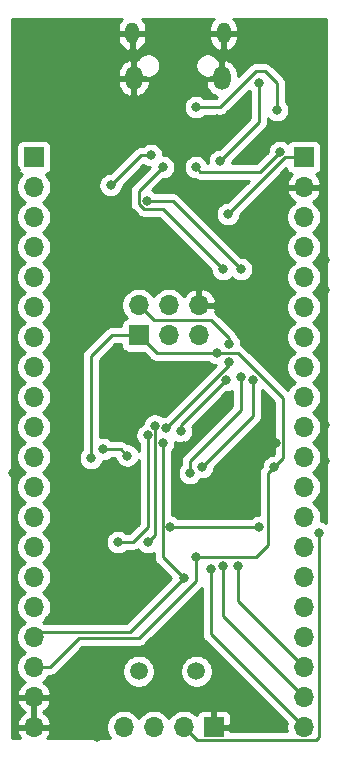
<source format=gbr>
%TF.GenerationSoftware,KiCad,Pcbnew,(5.1.6)-1*%
%TF.CreationDate,2021-02-05T10:54:59+01:00*%
%TF.ProjectId,DIY_Blackpill,4449595f-426c-4616-936b-70696c6c2e6b,rev?*%
%TF.SameCoordinates,Original*%
%TF.FileFunction,Copper,L2,Bot*%
%TF.FilePolarity,Positive*%
%FSLAX46Y46*%
G04 Gerber Fmt 4.6, Leading zero omitted, Abs format (unit mm)*
G04 Created by KiCad (PCBNEW (5.1.6)-1) date 2021-02-05 10:54:59*
%MOMM*%
%LPD*%
G01*
G04 APERTURE LIST*
%TA.AperFunction,ComponentPad*%
%ADD10O,1.700000X1.700000*%
%TD*%
%TA.AperFunction,ComponentPad*%
%ADD11R,1.700000X1.700000*%
%TD*%
%TA.AperFunction,ComponentPad*%
%ADD12O,1.450000X2.000000*%
%TD*%
%TA.AperFunction,ComponentPad*%
%ADD13O,1.150000X1.800000*%
%TD*%
%TA.AperFunction,ComponentPad*%
%ADD14C,1.500000*%
%TD*%
%TA.AperFunction,ViaPad*%
%ADD15C,0.800000*%
%TD*%
%TA.AperFunction,Conductor*%
%ADD16C,0.250000*%
%TD*%
%TA.AperFunction,Conductor*%
%ADD17C,0.254000*%
%TD*%
G04 APERTURE END LIST*
D10*
%TO.P,J1,20*%
%TO.N,GND*%
X53340000Y-96180000D03*
%TO.P,J1,19*%
X53340000Y-93640000D03*
%TO.P,J1,18*%
%TO.N,+3V3*%
X53340000Y-91100000D03*
%TO.P,J1,17*%
%TO.N,/RESET*%
X53340000Y-88560000D03*
%TO.P,J1,16*%
%TO.N,/PB11*%
X53340000Y-86020000D03*
%TO.P,J1,15*%
%TO.N,/PB10*%
X53340000Y-83480000D03*
%TO.P,J1,14*%
%TO.N,/PB1*%
X53340000Y-80940000D03*
%TO.P,J1,13*%
%TO.N,/PB0*%
X53340000Y-78400000D03*
%TO.P,J1,12*%
%TO.N,/PA7*%
X53340000Y-75860000D03*
%TO.P,J1,11*%
%TO.N,/PA6*%
X53340000Y-73320000D03*
%TO.P,J1,10*%
%TO.N,/PA5*%
X53340000Y-70780000D03*
%TO.P,J1,9*%
%TO.N,/PA4*%
X53340000Y-68240000D03*
%TO.P,J1,8*%
%TO.N,/PA3*%
X53340000Y-65700000D03*
%TO.P,J1,7*%
%TO.N,/PA2*%
X53340000Y-63160000D03*
%TO.P,J1,6*%
%TO.N,/PA1*%
X53340000Y-60620000D03*
%TO.P,J1,5*%
%TO.N,/PA0*%
X53340000Y-58080000D03*
%TO.P,J1,4*%
%TO.N,/PC15*%
X53340000Y-55540000D03*
%TO.P,J1,3*%
%TO.N,/PC14*%
X53340000Y-53000000D03*
%TO.P,J1,2*%
%TO.N,/PC13*%
X53340000Y-50460000D03*
D11*
%TO.P,J1,1*%
%TO.N,+3V3*%
X53340000Y-47920000D03*
%TD*%
D10*
%TO.P,J4,6*%
%TO.N,GND*%
X67310000Y-60452000D03*
%TO.P,J4,5*%
%TO.N,/BOOT1*%
X67310000Y-62992000D03*
%TO.P,J4,4*%
%TO.N,+3V3*%
X64770000Y-60452000D03*
%TO.P,J4,3*%
%TO.N,GND*%
X64770000Y-62992000D03*
%TO.P,J4,2*%
%TO.N,/BOOT0*%
X62230000Y-60452000D03*
D11*
%TO.P,J4,1*%
%TO.N,+3V3*%
X62230000Y-62992000D03*
%TD*%
%TO.P,J2,1*%
%TO.N,+3V3*%
X76200000Y-47920000D03*
D10*
%TO.P,J2,2*%
%TO.N,GND*%
X76200000Y-50460000D03*
%TO.P,J2,3*%
%TO.N,+5V*%
X76200000Y-53000000D03*
%TO.P,J2,4*%
%TO.N,/PB9*%
X76200000Y-55540000D03*
%TO.P,J2,5*%
%TO.N,/PB8*%
X76200000Y-58080000D03*
%TO.P,J2,6*%
%TO.N,/PB7*%
X76200000Y-60620000D03*
%TO.P,J2,7*%
%TO.N,/PB6*%
X76200000Y-63160000D03*
%TO.P,J2,8*%
%TO.N,/PB5*%
X76200000Y-65700000D03*
%TO.P,J2,9*%
%TO.N,/PB4*%
X76200000Y-68240000D03*
%TO.P,J2,10*%
%TO.N,/PB3*%
X76200000Y-70780000D03*
%TO.P,J2,11*%
%TO.N,/PA15*%
X76200000Y-73320000D03*
%TO.P,J2,12*%
%TO.N,/PA12*%
X76200000Y-75860000D03*
%TO.P,J2,13*%
%TO.N,/PA11*%
X76200000Y-78400000D03*
%TO.P,J2,14*%
%TO.N,/TXD_USB*%
X76200000Y-80940000D03*
%TO.P,J2,15*%
%TO.N,/RXD_USB*%
X76200000Y-83480000D03*
%TO.P,J2,16*%
%TO.N,/PA8*%
X76200000Y-86020000D03*
%TO.P,J2,17*%
%TO.N,/PB15*%
X76200000Y-88560000D03*
%TO.P,J2,18*%
%TO.N,/PB14*%
X76200000Y-91100000D03*
%TO.P,J2,19*%
%TO.N,/PB13*%
X76200000Y-93640000D03*
%TO.P,J2,20*%
%TO.N,/PB12*%
X76200000Y-96180000D03*
%TD*%
D12*
%TO.P,J3,6*%
%TO.N,GND*%
X69257000Y-41220000D03*
X61807000Y-41220000D03*
D13*
X69407000Y-37420000D03*
X61657000Y-37420000D03*
%TD*%
D11*
%TO.P,J5,1*%
%TO.N,GND*%
X68580000Y-96180000D03*
D10*
%TO.P,J5,2*%
%TO.N,/SWCLK*%
X66040000Y-96180000D03*
%TO.P,J5,3*%
%TO.N,/SWDIO*%
X63500000Y-96180000D03*
%TO.P,J5,4*%
%TO.N,+3V3*%
X60960000Y-96180000D03*
%TD*%
D14*
%TO.P,Y1,1*%
%TO.N,/OSCIN*%
X67110000Y-91440000D03*
%TO.P,Y1,2*%
%TO.N,/OSCOUT*%
X62230000Y-91440000D03*
%TD*%
D15*
%TO.N,+3V3*%
X69769800Y-52755001D03*
X68834000Y-64516000D03*
X58166000Y-73406000D03*
X73660000Y-74168000D03*
X67056000Y-81788000D03*
%TO.N,GND*%
X60198000Y-68834000D03*
X61468000Y-44196000D03*
X55880000Y-69088000D03*
X70358000Y-73152000D03*
X73817000Y-72136000D03*
X64262000Y-54356000D03*
X66040000Y-47498000D03*
X61468000Y-45974000D03*
X60452000Y-47498000D03*
X58928000Y-42672000D03*
X54610000Y-42926000D03*
X54610000Y-45466000D03*
X55372000Y-50546000D03*
X55118000Y-64516000D03*
X55118000Y-66802000D03*
X55118000Y-77724000D03*
X51816000Y-87376000D03*
X51816000Y-91948000D03*
X58674000Y-97028000D03*
X70866000Y-95504000D03*
X72644000Y-95504000D03*
X74168000Y-96012000D03*
X77978000Y-73660000D03*
X77978000Y-70612000D03*
X72898000Y-61468000D03*
X72898000Y-59944000D03*
X69850000Y-58928000D03*
X69850000Y-61214000D03*
X66802000Y-58420000D03*
X65278000Y-58420000D03*
X75438000Y-45212000D03*
X76708000Y-45212000D03*
X58166000Y-40132000D03*
X55118000Y-40132000D03*
X61214000Y-51816000D03*
X55626000Y-47752000D03*
X65786000Y-37084000D03*
X64516000Y-37084000D03*
X77216000Y-37084000D03*
X52324000Y-36830000D03*
X53848000Y-36830000D03*
X55626000Y-36830000D03*
X57404000Y-36830000D03*
X51816000Y-45212000D03*
X51816000Y-42926000D03*
X52070000Y-40132000D03*
X74930000Y-37084000D03*
X72898000Y-37084000D03*
X74930000Y-38862000D03*
X77216000Y-42672000D03*
X61214000Y-78994000D03*
X58928000Y-78994000D03*
X57150000Y-79756000D03*
X56642000Y-81788000D03*
X56134000Y-84836000D03*
X54610000Y-87122000D03*
X56134000Y-87122000D03*
X57404000Y-87122000D03*
X57404000Y-84836000D03*
X58674000Y-82550000D03*
X60960000Y-83820000D03*
X59182000Y-85852000D03*
X62738000Y-85344000D03*
X65024000Y-87630000D03*
X66548000Y-86106000D03*
X64008000Y-83566000D03*
X57912000Y-94996000D03*
X59436000Y-93726000D03*
X57658000Y-89916000D03*
X55626000Y-91948000D03*
X66040000Y-72390000D03*
X67056000Y-71628000D03*
X77978000Y-59182000D03*
X77978000Y-56642000D03*
X77724000Y-51816000D03*
X68834000Y-46736000D03*
X68834000Y-44704000D03*
X68834000Y-50292000D03*
X68834000Y-51816000D03*
X64516000Y-56388000D03*
X63754000Y-58166000D03*
X59690000Y-56134000D03*
X59690000Y-52832000D03*
X51816000Y-54356000D03*
X51816000Y-49022000D03*
X51816000Y-64516000D03*
X51816000Y-69596000D03*
X51562000Y-74676000D03*
X51816000Y-79756000D03*
X51816000Y-82042000D03*
X65532000Y-42926000D03*
X64770000Y-67310000D03*
X64516000Y-69342000D03*
X64770000Y-90170000D03*
X64770000Y-92710000D03*
%TO.N,/USB_D+*%
X72390000Y-41656000D03*
X69088000Y-48260000D03*
%TO.N,Net-(C9-Pad1)*%
X63246000Y-47752000D03*
X59847000Y-50292000D03*
%TO.N,/RESET*%
X64262000Y-72136000D03*
X66040000Y-83566000D03*
%TO.N,/OSCIN*%
X63581294Y-70657623D03*
X62992000Y-80518000D03*
%TO.N,/OSCOUT*%
X62976294Y-71454645D03*
X60452000Y-80518000D03*
%TO.N,/PA3*%
X59182000Y-72644000D03*
X61243225Y-73181225D03*
%TO.N,/TXD_USB*%
X67564000Y-74168000D03*
X71882000Y-66802000D03*
X70866000Y-57404000D03*
X62911800Y-51642200D03*
%TO.N,/RXD_USB*%
X66548000Y-74676000D03*
X70866000Y-66548000D03*
X69342000Y-57404000D03*
X64262000Y-48768000D03*
%TO.N,/PB14*%
X70612000Y-82550000D03*
%TO.N,/PB13*%
X69342000Y-82550000D03*
%TO.N,/PB12*%
X68326000Y-82804000D03*
%TO.N,/SWCLK*%
X64867000Y-79248000D03*
X72390000Y-79248000D03*
X77470000Y-79756000D03*
%TO.N,Net-(R1-Pad1)*%
X67056000Y-43688000D03*
X73914000Y-43942000D03*
%TO.N,Net-(R2-Pad1)*%
X67056000Y-48768000D03*
X74168000Y-47498000D03*
%TO.N,/BOOT1*%
X64516000Y-70866000D03*
X69850000Y-65278000D03*
%TO.N,/BOOT0*%
X69850000Y-63754000D03*
X69596000Y-66802000D03*
X65786000Y-71120000D03*
%TD*%
D16*
%TO.N,+3V3*%
X76200000Y-47920000D02*
X74604801Y-47920000D01*
X74604801Y-47920000D02*
X69769800Y-52755001D01*
X62230000Y-62992000D02*
X63754000Y-64516000D01*
X63754000Y-64516000D02*
X68834000Y-64516000D01*
X59944000Y-62992000D02*
X62230000Y-62992000D01*
X58166000Y-73406000D02*
X58166000Y-64770000D01*
X58166000Y-64770000D02*
X59944000Y-62992000D01*
X73660000Y-74168000D02*
X74422000Y-73406000D01*
X74422000Y-73406000D02*
X74422000Y-68326000D01*
X70612000Y-64516000D02*
X68834000Y-64516000D01*
X74422000Y-68326000D02*
X70612000Y-64516000D01*
X67056000Y-81788000D02*
X72136000Y-81788000D01*
X72136000Y-81788000D02*
X73152000Y-80772000D01*
X73152000Y-74676000D02*
X73660000Y-74168000D01*
X73152000Y-80772000D02*
X73152000Y-74676000D01*
X53340000Y-91100000D02*
X54696000Y-91100000D01*
X54696000Y-91100000D02*
X57150000Y-88646000D01*
X57150000Y-88646000D02*
X62230000Y-88646000D01*
X67056000Y-83820000D02*
X67056000Y-81788000D01*
X62230000Y-88646000D02*
X67056000Y-83820000D01*
%TO.N,GND*%
X70358000Y-73152000D02*
X72644000Y-73152000D01*
X72644000Y-73152000D02*
X73660000Y-72136000D01*
X73660000Y-72136000D02*
X73817000Y-72136000D01*
%TO.N,/USB_D+*%
X72390000Y-41656000D02*
X72390000Y-44958000D01*
X72390000Y-44958000D02*
X69088000Y-48260000D01*
%TO.N,Net-(C9-Pad1)*%
X63246000Y-47752000D02*
X62387000Y-47752000D01*
X62387000Y-47752000D02*
X59847000Y-50292000D01*
%TO.N,/RESET*%
X64262000Y-72136000D02*
X64262000Y-80264000D01*
X64262000Y-80264000D02*
X64262000Y-81788000D01*
X64262000Y-81788000D02*
X66040000Y-83566000D01*
X53340000Y-88560000D02*
X53762000Y-88138000D01*
X61468000Y-88138000D02*
X66040000Y-83566000D01*
X53762000Y-88138000D02*
X61468000Y-88138000D01*
%TO.N,/OSCIN*%
X63581294Y-70657623D02*
X63581294Y-79928706D01*
X63581294Y-79928706D02*
X62992000Y-80518000D01*
%TO.N,/OSCOUT*%
X62976294Y-71454645D02*
X62976294Y-79263706D01*
X62976294Y-79263706D02*
X61722000Y-80518000D01*
X61722000Y-80518000D02*
X60452000Y-80518000D01*
%TO.N,/PA3*%
X59182000Y-72644000D02*
X60706000Y-72644000D01*
X60706000Y-72644000D02*
X61243225Y-73181225D01*
%TO.N,/TXD_USB*%
X67564000Y-74168000D02*
X71882000Y-69850000D01*
X71882000Y-69850000D02*
X71882000Y-66802000D01*
X70866000Y-57404000D02*
X65104200Y-51642200D01*
X65104200Y-51642200D02*
X62911800Y-51642200D01*
%TO.N,/RXD_USB*%
X66548000Y-74676000D02*
X66548000Y-73660000D01*
X66548000Y-73660000D02*
X69850000Y-70358000D01*
X69850000Y-70358000D02*
X70866000Y-69342000D01*
X70866000Y-69342000D02*
X70866000Y-66548000D01*
X69342000Y-57404000D02*
X64516000Y-52578000D01*
X64516000Y-52578000D02*
X64262000Y-52324000D01*
X62698198Y-52324000D02*
X62230000Y-51855802D01*
X64262000Y-52324000D02*
X62698198Y-52324000D01*
X62230000Y-51855802D02*
X62230000Y-51428598D01*
X62230000Y-51428598D02*
X62230000Y-50800000D01*
X62230000Y-50800000D02*
X64262000Y-48768000D01*
%TO.N,/PB14*%
X76200000Y-91100000D02*
X70612000Y-85512000D01*
X70612000Y-85512000D02*
X70612000Y-82550000D01*
%TO.N,/PB13*%
X76200000Y-93640000D02*
X69342000Y-86782000D01*
X69342000Y-86782000D02*
X69342000Y-82550000D01*
%TO.N,/PB12*%
X76200000Y-96180000D02*
X68326000Y-88306000D01*
X68326000Y-88306000D02*
X68326000Y-82804000D01*
%TO.N,/SWCLK*%
X64867000Y-79248000D02*
X72390000Y-79248000D01*
X67142000Y-97282000D02*
X66040000Y-96180000D01*
X77216000Y-97282000D02*
X67142000Y-97282000D01*
X77470000Y-97028000D02*
X77216000Y-97282000D01*
X77470000Y-79756000D02*
X77470000Y-97028000D01*
%TO.N,Net-(R1-Pad1)*%
X67056000Y-43688000D02*
X68379232Y-43688000D01*
X68379232Y-43688000D02*
X69088000Y-43688000D01*
X69088000Y-43688000D02*
X72136000Y-40640000D01*
X72136000Y-40640000D02*
X72898000Y-40640000D01*
X72898000Y-40640000D02*
X73914000Y-41656000D01*
X73914000Y-41656000D02*
X73914000Y-43942000D01*
%TO.N,Net-(R2-Pad1)*%
X67056000Y-48768000D02*
X67455999Y-49167999D01*
X72498001Y-49167999D02*
X74168000Y-47498000D01*
X67455999Y-49167999D02*
X72498001Y-49167999D01*
%TO.N,/BOOT1*%
X64516000Y-70866000D02*
X69850000Y-65532000D01*
X69850000Y-65532000D02*
X69850000Y-65278000D01*
%TO.N,/BOOT0*%
X62230000Y-60452000D02*
X63500000Y-61722000D01*
X63500000Y-61722000D02*
X68072000Y-61722000D01*
X68072000Y-61722000D02*
X68326000Y-61722000D01*
X68326000Y-61722000D02*
X69850000Y-63246000D01*
X69850000Y-63246000D02*
X69850000Y-63754000D01*
X69596000Y-66802000D02*
X65786000Y-70612000D01*
X65786000Y-70612000D02*
X65786000Y-71120000D01*
%TD*%
D17*
%TO.N,GND*%
G36*
X60721479Y-36317163D02*
G01*
X60587706Y-36514620D01*
X60495026Y-36734381D01*
X60447000Y-36968000D01*
X60447000Y-37293000D01*
X61530000Y-37293000D01*
X61530000Y-37273000D01*
X61784000Y-37273000D01*
X61784000Y-37293000D01*
X62867000Y-37293000D01*
X62867000Y-36968000D01*
X62818974Y-36734381D01*
X62726294Y-36514620D01*
X62592521Y-36317163D01*
X62494106Y-36220000D01*
X68569894Y-36220000D01*
X68471479Y-36317163D01*
X68337706Y-36514620D01*
X68245026Y-36734381D01*
X68197000Y-36968000D01*
X68197000Y-37293000D01*
X69280000Y-37293000D01*
X69280000Y-37273000D01*
X69534000Y-37273000D01*
X69534000Y-37293000D01*
X70617000Y-37293000D01*
X70617000Y-36968000D01*
X70568974Y-36734381D01*
X70476294Y-36514620D01*
X70342521Y-36317163D01*
X70244106Y-36220000D01*
X78080001Y-36220000D01*
X78080000Y-78918805D01*
X77960256Y-78838795D01*
X77771898Y-78760774D01*
X77647262Y-78735982D01*
X77685000Y-78546260D01*
X77685000Y-78253740D01*
X77627932Y-77966842D01*
X77515990Y-77696589D01*
X77353475Y-77453368D01*
X77146632Y-77246525D01*
X76972240Y-77130000D01*
X77146632Y-77013475D01*
X77353475Y-76806632D01*
X77515990Y-76563411D01*
X77627932Y-76293158D01*
X77685000Y-76006260D01*
X77685000Y-75713740D01*
X77627932Y-75426842D01*
X77515990Y-75156589D01*
X77353475Y-74913368D01*
X77146632Y-74706525D01*
X76972240Y-74590000D01*
X77146632Y-74473475D01*
X77353475Y-74266632D01*
X77515990Y-74023411D01*
X77627932Y-73753158D01*
X77685000Y-73466260D01*
X77685000Y-73173740D01*
X77627932Y-72886842D01*
X77515990Y-72616589D01*
X77353475Y-72373368D01*
X77146632Y-72166525D01*
X76972240Y-72050000D01*
X77146632Y-71933475D01*
X77353475Y-71726632D01*
X77515990Y-71483411D01*
X77627932Y-71213158D01*
X77685000Y-70926260D01*
X77685000Y-70633740D01*
X77627932Y-70346842D01*
X77515990Y-70076589D01*
X77353475Y-69833368D01*
X77146632Y-69626525D01*
X76972240Y-69510000D01*
X77146632Y-69393475D01*
X77353475Y-69186632D01*
X77515990Y-68943411D01*
X77627932Y-68673158D01*
X77685000Y-68386260D01*
X77685000Y-68093740D01*
X77627932Y-67806842D01*
X77515990Y-67536589D01*
X77353475Y-67293368D01*
X77146632Y-67086525D01*
X76972240Y-66970000D01*
X77146632Y-66853475D01*
X77353475Y-66646632D01*
X77515990Y-66403411D01*
X77627932Y-66133158D01*
X77685000Y-65846260D01*
X77685000Y-65553740D01*
X77627932Y-65266842D01*
X77515990Y-64996589D01*
X77353475Y-64753368D01*
X77146632Y-64546525D01*
X76972240Y-64430000D01*
X77146632Y-64313475D01*
X77353475Y-64106632D01*
X77515990Y-63863411D01*
X77627932Y-63593158D01*
X77685000Y-63306260D01*
X77685000Y-63013740D01*
X77627932Y-62726842D01*
X77515990Y-62456589D01*
X77353475Y-62213368D01*
X77146632Y-62006525D01*
X76972240Y-61890000D01*
X77146632Y-61773475D01*
X77353475Y-61566632D01*
X77515990Y-61323411D01*
X77627932Y-61053158D01*
X77685000Y-60766260D01*
X77685000Y-60473740D01*
X77627932Y-60186842D01*
X77515990Y-59916589D01*
X77353475Y-59673368D01*
X77146632Y-59466525D01*
X76972240Y-59350000D01*
X77146632Y-59233475D01*
X77353475Y-59026632D01*
X77515990Y-58783411D01*
X77627932Y-58513158D01*
X77685000Y-58226260D01*
X77685000Y-57933740D01*
X77627932Y-57646842D01*
X77515990Y-57376589D01*
X77353475Y-57133368D01*
X77146632Y-56926525D01*
X76972240Y-56810000D01*
X77146632Y-56693475D01*
X77353475Y-56486632D01*
X77515990Y-56243411D01*
X77627932Y-55973158D01*
X77685000Y-55686260D01*
X77685000Y-55393740D01*
X77627932Y-55106842D01*
X77515990Y-54836589D01*
X77353475Y-54593368D01*
X77146632Y-54386525D01*
X76972240Y-54270000D01*
X77146632Y-54153475D01*
X77353475Y-53946632D01*
X77515990Y-53703411D01*
X77627932Y-53433158D01*
X77685000Y-53146260D01*
X77685000Y-52853740D01*
X77627932Y-52566842D01*
X77515990Y-52296589D01*
X77353475Y-52053368D01*
X77146632Y-51846525D01*
X76964466Y-51724805D01*
X77081355Y-51655178D01*
X77297588Y-51460269D01*
X77471641Y-51226920D01*
X77596825Y-50964099D01*
X77641476Y-50816890D01*
X77520155Y-50587000D01*
X76327000Y-50587000D01*
X76327000Y-50607000D01*
X76073000Y-50607000D01*
X76073000Y-50587000D01*
X74879845Y-50587000D01*
X74758524Y-50816890D01*
X74803175Y-50964099D01*
X74928359Y-51226920D01*
X75102412Y-51460269D01*
X75318645Y-51655178D01*
X75435534Y-51724805D01*
X75253368Y-51846525D01*
X75046525Y-52053368D01*
X74884010Y-52296589D01*
X74772068Y-52566842D01*
X74715000Y-52853740D01*
X74715000Y-53146260D01*
X74772068Y-53433158D01*
X74884010Y-53703411D01*
X75046525Y-53946632D01*
X75253368Y-54153475D01*
X75427760Y-54270000D01*
X75253368Y-54386525D01*
X75046525Y-54593368D01*
X74884010Y-54836589D01*
X74772068Y-55106842D01*
X74715000Y-55393740D01*
X74715000Y-55686260D01*
X74772068Y-55973158D01*
X74884010Y-56243411D01*
X75046525Y-56486632D01*
X75253368Y-56693475D01*
X75427760Y-56810000D01*
X75253368Y-56926525D01*
X75046525Y-57133368D01*
X74884010Y-57376589D01*
X74772068Y-57646842D01*
X74715000Y-57933740D01*
X74715000Y-58226260D01*
X74772068Y-58513158D01*
X74884010Y-58783411D01*
X75046525Y-59026632D01*
X75253368Y-59233475D01*
X75427760Y-59350000D01*
X75253368Y-59466525D01*
X75046525Y-59673368D01*
X74884010Y-59916589D01*
X74772068Y-60186842D01*
X74715000Y-60473740D01*
X74715000Y-60766260D01*
X74772068Y-61053158D01*
X74884010Y-61323411D01*
X75046525Y-61566632D01*
X75253368Y-61773475D01*
X75427760Y-61890000D01*
X75253368Y-62006525D01*
X75046525Y-62213368D01*
X74884010Y-62456589D01*
X74772068Y-62726842D01*
X74715000Y-63013740D01*
X74715000Y-63306260D01*
X74772068Y-63593158D01*
X74884010Y-63863411D01*
X75046525Y-64106632D01*
X75253368Y-64313475D01*
X75427760Y-64430000D01*
X75253368Y-64546525D01*
X75046525Y-64753368D01*
X74884010Y-64996589D01*
X74772068Y-65266842D01*
X74715000Y-65553740D01*
X74715000Y-65846260D01*
X74772068Y-66133158D01*
X74884010Y-66403411D01*
X75046525Y-66646632D01*
X75253368Y-66853475D01*
X75427760Y-66970000D01*
X75253368Y-67086525D01*
X75046525Y-67293368D01*
X74884010Y-67536589D01*
X74832280Y-67661478D01*
X71175804Y-64005003D01*
X71152001Y-63975999D01*
X71036276Y-63881026D01*
X70904247Y-63810454D01*
X70885000Y-63804616D01*
X70885000Y-63652061D01*
X70845226Y-63452102D01*
X70767205Y-63263744D01*
X70653937Y-63094226D01*
X70573869Y-63014158D01*
X70555546Y-62953753D01*
X70484974Y-62821724D01*
X70471811Y-62805685D01*
X70413799Y-62734996D01*
X70413795Y-62734992D01*
X70390001Y-62705999D01*
X70361009Y-62682206D01*
X68889803Y-61211002D01*
X68866001Y-61181999D01*
X68750276Y-61087026D01*
X68668352Y-61043236D01*
X68751481Y-60808891D01*
X68630814Y-60579000D01*
X67437000Y-60579000D01*
X67437000Y-60599000D01*
X67183000Y-60599000D01*
X67183000Y-60579000D01*
X67163000Y-60579000D01*
X67163000Y-60325000D01*
X67183000Y-60325000D01*
X67183000Y-59131845D01*
X67437000Y-59131845D01*
X67437000Y-60325000D01*
X68630814Y-60325000D01*
X68751481Y-60095109D01*
X68654157Y-59820748D01*
X68505178Y-59570645D01*
X68310269Y-59354412D01*
X68076920Y-59180359D01*
X67814099Y-59055175D01*
X67666890Y-59010524D01*
X67437000Y-59131845D01*
X67183000Y-59131845D01*
X66953110Y-59010524D01*
X66805901Y-59055175D01*
X66543080Y-59180359D01*
X66309731Y-59354412D01*
X66114822Y-59570645D01*
X66045195Y-59687534D01*
X65923475Y-59505368D01*
X65716632Y-59298525D01*
X65473411Y-59136010D01*
X65203158Y-59024068D01*
X64916260Y-58967000D01*
X64623740Y-58967000D01*
X64336842Y-59024068D01*
X64066589Y-59136010D01*
X63823368Y-59298525D01*
X63616525Y-59505368D01*
X63500000Y-59679760D01*
X63383475Y-59505368D01*
X63176632Y-59298525D01*
X62933411Y-59136010D01*
X62663158Y-59024068D01*
X62376260Y-58967000D01*
X62083740Y-58967000D01*
X61796842Y-59024068D01*
X61526589Y-59136010D01*
X61283368Y-59298525D01*
X61076525Y-59505368D01*
X60914010Y-59748589D01*
X60802068Y-60018842D01*
X60745000Y-60305740D01*
X60745000Y-60598260D01*
X60802068Y-60885158D01*
X60914010Y-61155411D01*
X61076525Y-61398632D01*
X61208380Y-61530487D01*
X61135820Y-61552498D01*
X61025506Y-61611463D01*
X60928815Y-61690815D01*
X60849463Y-61787506D01*
X60790498Y-61897820D01*
X60754188Y-62017518D01*
X60741928Y-62142000D01*
X60741928Y-62232000D01*
X59981325Y-62232000D01*
X59944000Y-62228324D01*
X59906675Y-62232000D01*
X59906667Y-62232000D01*
X59795014Y-62242997D01*
X59651753Y-62286454D01*
X59519724Y-62357026D01*
X59403999Y-62451999D01*
X59380201Y-62480997D01*
X57654998Y-64206201D01*
X57626000Y-64229999D01*
X57602202Y-64258997D01*
X57602201Y-64258998D01*
X57531026Y-64345724D01*
X57460454Y-64477754D01*
X57416998Y-64621015D01*
X57402324Y-64770000D01*
X57406001Y-64807332D01*
X57406000Y-72702289D01*
X57362063Y-72746226D01*
X57248795Y-72915744D01*
X57170774Y-73104102D01*
X57131000Y-73304061D01*
X57131000Y-73507939D01*
X57170774Y-73707898D01*
X57248795Y-73896256D01*
X57362063Y-74065774D01*
X57506226Y-74209937D01*
X57675744Y-74323205D01*
X57864102Y-74401226D01*
X58064061Y-74441000D01*
X58267939Y-74441000D01*
X58467898Y-74401226D01*
X58656256Y-74323205D01*
X58825774Y-74209937D01*
X58969937Y-74065774D01*
X59083205Y-73896256D01*
X59161226Y-73707898D01*
X59166974Y-73679000D01*
X59283939Y-73679000D01*
X59483898Y-73639226D01*
X59672256Y-73561205D01*
X59841774Y-73447937D01*
X59885711Y-73404000D01*
X60232261Y-73404000D01*
X60247999Y-73483123D01*
X60326020Y-73671481D01*
X60439288Y-73840999D01*
X60583451Y-73985162D01*
X60752969Y-74098430D01*
X60941327Y-74176451D01*
X61141286Y-74216225D01*
X61345164Y-74216225D01*
X61545123Y-74176451D01*
X61733481Y-74098430D01*
X61902999Y-73985162D01*
X62047162Y-73840999D01*
X62160430Y-73671481D01*
X62216294Y-73536614D01*
X62216295Y-78948903D01*
X61407199Y-79758000D01*
X61155711Y-79758000D01*
X61111774Y-79714063D01*
X60942256Y-79600795D01*
X60753898Y-79522774D01*
X60553939Y-79483000D01*
X60350061Y-79483000D01*
X60150102Y-79522774D01*
X59961744Y-79600795D01*
X59792226Y-79714063D01*
X59648063Y-79858226D01*
X59534795Y-80027744D01*
X59456774Y-80216102D01*
X59417000Y-80416061D01*
X59417000Y-80619939D01*
X59456774Y-80819898D01*
X59534795Y-81008256D01*
X59648063Y-81177774D01*
X59792226Y-81321937D01*
X59961744Y-81435205D01*
X60150102Y-81513226D01*
X60350061Y-81553000D01*
X60553939Y-81553000D01*
X60753898Y-81513226D01*
X60942256Y-81435205D01*
X61111774Y-81321937D01*
X61155711Y-81278000D01*
X61684678Y-81278000D01*
X61722000Y-81281676D01*
X61759322Y-81278000D01*
X61759333Y-81278000D01*
X61870986Y-81267003D01*
X62014247Y-81223546D01*
X62146276Y-81152974D01*
X62162562Y-81139609D01*
X62188063Y-81177774D01*
X62332226Y-81321937D01*
X62501744Y-81435205D01*
X62690102Y-81513226D01*
X62890061Y-81553000D01*
X63093939Y-81553000D01*
X63293898Y-81513226D01*
X63482256Y-81435205D01*
X63502001Y-81422012D01*
X63502001Y-81750667D01*
X63498324Y-81788000D01*
X63502001Y-81825333D01*
X63508393Y-81890226D01*
X63512998Y-81936985D01*
X63556454Y-82080246D01*
X63627026Y-82212276D01*
X63681175Y-82278256D01*
X63722000Y-82328001D01*
X63750998Y-82351799D01*
X64965198Y-83565999D01*
X61153199Y-87378000D01*
X54243941Y-87378000D01*
X54112240Y-87290000D01*
X54286632Y-87173475D01*
X54493475Y-86966632D01*
X54655990Y-86723411D01*
X54767932Y-86453158D01*
X54825000Y-86166260D01*
X54825000Y-85873740D01*
X54767932Y-85586842D01*
X54655990Y-85316589D01*
X54493475Y-85073368D01*
X54286632Y-84866525D01*
X54112240Y-84750000D01*
X54286632Y-84633475D01*
X54493475Y-84426632D01*
X54655990Y-84183411D01*
X54767932Y-83913158D01*
X54825000Y-83626260D01*
X54825000Y-83333740D01*
X54767932Y-83046842D01*
X54655990Y-82776589D01*
X54493475Y-82533368D01*
X54286632Y-82326525D01*
X54112240Y-82210000D01*
X54286632Y-82093475D01*
X54493475Y-81886632D01*
X54655990Y-81643411D01*
X54767932Y-81373158D01*
X54825000Y-81086260D01*
X54825000Y-80793740D01*
X54767932Y-80506842D01*
X54655990Y-80236589D01*
X54493475Y-79993368D01*
X54286632Y-79786525D01*
X54112240Y-79670000D01*
X54286632Y-79553475D01*
X54493475Y-79346632D01*
X54655990Y-79103411D01*
X54767932Y-78833158D01*
X54825000Y-78546260D01*
X54825000Y-78253740D01*
X54767932Y-77966842D01*
X54655990Y-77696589D01*
X54493475Y-77453368D01*
X54286632Y-77246525D01*
X54112240Y-77130000D01*
X54286632Y-77013475D01*
X54493475Y-76806632D01*
X54655990Y-76563411D01*
X54767932Y-76293158D01*
X54825000Y-76006260D01*
X54825000Y-75713740D01*
X54767932Y-75426842D01*
X54655990Y-75156589D01*
X54493475Y-74913368D01*
X54286632Y-74706525D01*
X54112240Y-74590000D01*
X54286632Y-74473475D01*
X54493475Y-74266632D01*
X54655990Y-74023411D01*
X54767932Y-73753158D01*
X54825000Y-73466260D01*
X54825000Y-73173740D01*
X54767932Y-72886842D01*
X54655990Y-72616589D01*
X54493475Y-72373368D01*
X54286632Y-72166525D01*
X54112240Y-72050000D01*
X54286632Y-71933475D01*
X54493475Y-71726632D01*
X54655990Y-71483411D01*
X54767932Y-71213158D01*
X54825000Y-70926260D01*
X54825000Y-70633740D01*
X54767932Y-70346842D01*
X54655990Y-70076589D01*
X54493475Y-69833368D01*
X54286632Y-69626525D01*
X54112240Y-69510000D01*
X54286632Y-69393475D01*
X54493475Y-69186632D01*
X54655990Y-68943411D01*
X54767932Y-68673158D01*
X54825000Y-68386260D01*
X54825000Y-68093740D01*
X54767932Y-67806842D01*
X54655990Y-67536589D01*
X54493475Y-67293368D01*
X54286632Y-67086525D01*
X54112240Y-66970000D01*
X54286632Y-66853475D01*
X54493475Y-66646632D01*
X54655990Y-66403411D01*
X54767932Y-66133158D01*
X54825000Y-65846260D01*
X54825000Y-65553740D01*
X54767932Y-65266842D01*
X54655990Y-64996589D01*
X54493475Y-64753368D01*
X54286632Y-64546525D01*
X54112240Y-64430000D01*
X54286632Y-64313475D01*
X54493475Y-64106632D01*
X54655990Y-63863411D01*
X54767932Y-63593158D01*
X54825000Y-63306260D01*
X54825000Y-63013740D01*
X54767932Y-62726842D01*
X54655990Y-62456589D01*
X54493475Y-62213368D01*
X54286632Y-62006525D01*
X54112240Y-61890000D01*
X54286632Y-61773475D01*
X54493475Y-61566632D01*
X54655990Y-61323411D01*
X54767932Y-61053158D01*
X54825000Y-60766260D01*
X54825000Y-60473740D01*
X54767932Y-60186842D01*
X54655990Y-59916589D01*
X54493475Y-59673368D01*
X54286632Y-59466525D01*
X54112240Y-59350000D01*
X54286632Y-59233475D01*
X54493475Y-59026632D01*
X54655990Y-58783411D01*
X54767932Y-58513158D01*
X54825000Y-58226260D01*
X54825000Y-57933740D01*
X54767932Y-57646842D01*
X54655990Y-57376589D01*
X54493475Y-57133368D01*
X54286632Y-56926525D01*
X54112240Y-56810000D01*
X54286632Y-56693475D01*
X54493475Y-56486632D01*
X54655990Y-56243411D01*
X54767932Y-55973158D01*
X54825000Y-55686260D01*
X54825000Y-55393740D01*
X54767932Y-55106842D01*
X54655990Y-54836589D01*
X54493475Y-54593368D01*
X54286632Y-54386525D01*
X54112240Y-54270000D01*
X54286632Y-54153475D01*
X54493475Y-53946632D01*
X54655990Y-53703411D01*
X54767932Y-53433158D01*
X54825000Y-53146260D01*
X54825000Y-52853740D01*
X54767932Y-52566842D01*
X54655990Y-52296589D01*
X54493475Y-52053368D01*
X54286632Y-51846525D01*
X54112240Y-51730000D01*
X54286632Y-51613475D01*
X54493475Y-51406632D01*
X54655990Y-51163411D01*
X54767932Y-50893158D01*
X54825000Y-50606260D01*
X54825000Y-50313740D01*
X54800399Y-50190061D01*
X58812000Y-50190061D01*
X58812000Y-50393939D01*
X58851774Y-50593898D01*
X58929795Y-50782256D01*
X59043063Y-50951774D01*
X59187226Y-51095937D01*
X59356744Y-51209205D01*
X59545102Y-51287226D01*
X59745061Y-51327000D01*
X59948939Y-51327000D01*
X60148898Y-51287226D01*
X60337256Y-51209205D01*
X60506774Y-51095937D01*
X60650937Y-50951774D01*
X60764205Y-50782256D01*
X60842226Y-50593898D01*
X60882000Y-50393939D01*
X60882000Y-50331801D01*
X62629171Y-48584632D01*
X62755744Y-48669205D01*
X62944102Y-48747226D01*
X63144061Y-48787000D01*
X63168198Y-48787000D01*
X61718998Y-50236201D01*
X61690000Y-50259999D01*
X61666202Y-50288997D01*
X61666201Y-50288998D01*
X61595026Y-50375724D01*
X61560143Y-50440985D01*
X61524454Y-50507753D01*
X61480997Y-50651014D01*
X61470000Y-50762667D01*
X61470000Y-50762678D01*
X61466324Y-50800000D01*
X61470000Y-50837322D01*
X61470000Y-51818480D01*
X61466324Y-51855802D01*
X61470000Y-51893124D01*
X61470000Y-51893134D01*
X61480997Y-52004787D01*
X61519724Y-52132456D01*
X61524454Y-52148048D01*
X61595026Y-52280078D01*
X61612996Y-52301974D01*
X61689999Y-52395803D01*
X61719003Y-52419606D01*
X62134394Y-52834997D01*
X62158197Y-52864001D01*
X62206919Y-52903986D01*
X62273921Y-52958974D01*
X62354931Y-53002275D01*
X62405951Y-53029546D01*
X62549212Y-53073003D01*
X62660865Y-53084000D01*
X62660875Y-53084000D01*
X62698198Y-53087676D01*
X62735521Y-53084000D01*
X63947199Y-53084000D01*
X63952201Y-53089002D01*
X68307000Y-57443802D01*
X68307000Y-57505939D01*
X68346774Y-57705898D01*
X68424795Y-57894256D01*
X68538063Y-58063774D01*
X68682226Y-58207937D01*
X68851744Y-58321205D01*
X69040102Y-58399226D01*
X69240061Y-58439000D01*
X69443939Y-58439000D01*
X69643898Y-58399226D01*
X69832256Y-58321205D01*
X70001774Y-58207937D01*
X70104000Y-58105711D01*
X70206226Y-58207937D01*
X70375744Y-58321205D01*
X70564102Y-58399226D01*
X70764061Y-58439000D01*
X70967939Y-58439000D01*
X71167898Y-58399226D01*
X71356256Y-58321205D01*
X71525774Y-58207937D01*
X71669937Y-58063774D01*
X71783205Y-57894256D01*
X71861226Y-57705898D01*
X71901000Y-57505939D01*
X71901000Y-57302061D01*
X71861226Y-57102102D01*
X71783205Y-56913744D01*
X71669937Y-56744226D01*
X71525774Y-56600063D01*
X71356256Y-56486795D01*
X71167898Y-56408774D01*
X70967939Y-56369000D01*
X70905802Y-56369000D01*
X65668004Y-51131203D01*
X65644201Y-51102199D01*
X65528476Y-51007226D01*
X65396447Y-50936654D01*
X65253186Y-50893197D01*
X65141533Y-50882200D01*
X65141522Y-50882200D01*
X65104200Y-50878524D01*
X65066878Y-50882200D01*
X63615511Y-50882200D01*
X63571574Y-50838263D01*
X63402056Y-50724995D01*
X63386323Y-50718478D01*
X64301802Y-49803000D01*
X64363939Y-49803000D01*
X64563898Y-49763226D01*
X64752256Y-49685205D01*
X64921774Y-49571937D01*
X65065937Y-49427774D01*
X65179205Y-49258256D01*
X65257226Y-49069898D01*
X65297000Y-48869939D01*
X65297000Y-48666061D01*
X65257226Y-48466102D01*
X65179205Y-48277744D01*
X65065937Y-48108226D01*
X64921774Y-47964063D01*
X64752256Y-47850795D01*
X64563898Y-47772774D01*
X64363939Y-47733000D01*
X64281000Y-47733000D01*
X64281000Y-47650061D01*
X64241226Y-47450102D01*
X64163205Y-47261744D01*
X64049937Y-47092226D01*
X63905774Y-46948063D01*
X63736256Y-46834795D01*
X63547898Y-46756774D01*
X63347939Y-46717000D01*
X63144061Y-46717000D01*
X62944102Y-46756774D01*
X62755744Y-46834795D01*
X62586226Y-46948063D01*
X62542289Y-46992000D01*
X62424322Y-46992000D01*
X62386999Y-46988324D01*
X62349676Y-46992000D01*
X62349667Y-46992000D01*
X62238014Y-47002997D01*
X62094753Y-47046454D01*
X61962724Y-47117026D01*
X61962722Y-47117027D01*
X61962723Y-47117027D01*
X61875996Y-47188201D01*
X61875992Y-47188205D01*
X61846999Y-47211999D01*
X61823205Y-47240992D01*
X59807199Y-49257000D01*
X59745061Y-49257000D01*
X59545102Y-49296774D01*
X59356744Y-49374795D01*
X59187226Y-49488063D01*
X59043063Y-49632226D01*
X58929795Y-49801744D01*
X58851774Y-49990102D01*
X58812000Y-50190061D01*
X54800399Y-50190061D01*
X54767932Y-50026842D01*
X54655990Y-49756589D01*
X54493475Y-49513368D01*
X54361620Y-49381513D01*
X54434180Y-49359502D01*
X54544494Y-49300537D01*
X54641185Y-49221185D01*
X54720537Y-49124494D01*
X54779502Y-49014180D01*
X54815812Y-48894482D01*
X54828072Y-48770000D01*
X54828072Y-47070000D01*
X54815812Y-46945518D01*
X54779502Y-46825820D01*
X54720537Y-46715506D01*
X54641185Y-46618815D01*
X54544494Y-46539463D01*
X54434180Y-46480498D01*
X54314482Y-46444188D01*
X54190000Y-46431928D01*
X52490000Y-46431928D01*
X52365518Y-46444188D01*
X52245820Y-46480498D01*
X52135506Y-46539463D01*
X52038815Y-46618815D01*
X51959463Y-46715506D01*
X51900498Y-46825820D01*
X51864188Y-46945518D01*
X51851928Y-47070000D01*
X51851928Y-48770000D01*
X51864188Y-48894482D01*
X51900498Y-49014180D01*
X51959463Y-49124494D01*
X52038815Y-49221185D01*
X52135506Y-49300537D01*
X52245820Y-49359502D01*
X52318380Y-49381513D01*
X52186525Y-49513368D01*
X52024010Y-49756589D01*
X51912068Y-50026842D01*
X51855000Y-50313740D01*
X51855000Y-50606260D01*
X51912068Y-50893158D01*
X52024010Y-51163411D01*
X52186525Y-51406632D01*
X52393368Y-51613475D01*
X52567760Y-51730000D01*
X52393368Y-51846525D01*
X52186525Y-52053368D01*
X52024010Y-52296589D01*
X51912068Y-52566842D01*
X51855000Y-52853740D01*
X51855000Y-53146260D01*
X51912068Y-53433158D01*
X52024010Y-53703411D01*
X52186525Y-53946632D01*
X52393368Y-54153475D01*
X52567760Y-54270000D01*
X52393368Y-54386525D01*
X52186525Y-54593368D01*
X52024010Y-54836589D01*
X51912068Y-55106842D01*
X51855000Y-55393740D01*
X51855000Y-55686260D01*
X51912068Y-55973158D01*
X52024010Y-56243411D01*
X52186525Y-56486632D01*
X52393368Y-56693475D01*
X52567760Y-56810000D01*
X52393368Y-56926525D01*
X52186525Y-57133368D01*
X52024010Y-57376589D01*
X51912068Y-57646842D01*
X51855000Y-57933740D01*
X51855000Y-58226260D01*
X51912068Y-58513158D01*
X52024010Y-58783411D01*
X52186525Y-59026632D01*
X52393368Y-59233475D01*
X52567760Y-59350000D01*
X52393368Y-59466525D01*
X52186525Y-59673368D01*
X52024010Y-59916589D01*
X51912068Y-60186842D01*
X51855000Y-60473740D01*
X51855000Y-60766260D01*
X51912068Y-61053158D01*
X52024010Y-61323411D01*
X52186525Y-61566632D01*
X52393368Y-61773475D01*
X52567760Y-61890000D01*
X52393368Y-62006525D01*
X52186525Y-62213368D01*
X52024010Y-62456589D01*
X51912068Y-62726842D01*
X51855000Y-63013740D01*
X51855000Y-63306260D01*
X51912068Y-63593158D01*
X52024010Y-63863411D01*
X52186525Y-64106632D01*
X52393368Y-64313475D01*
X52567760Y-64430000D01*
X52393368Y-64546525D01*
X52186525Y-64753368D01*
X52024010Y-64996589D01*
X51912068Y-65266842D01*
X51855000Y-65553740D01*
X51855000Y-65846260D01*
X51912068Y-66133158D01*
X52024010Y-66403411D01*
X52186525Y-66646632D01*
X52393368Y-66853475D01*
X52567760Y-66970000D01*
X52393368Y-67086525D01*
X52186525Y-67293368D01*
X52024010Y-67536589D01*
X51912068Y-67806842D01*
X51855000Y-68093740D01*
X51855000Y-68386260D01*
X51912068Y-68673158D01*
X52024010Y-68943411D01*
X52186525Y-69186632D01*
X52393368Y-69393475D01*
X52567760Y-69510000D01*
X52393368Y-69626525D01*
X52186525Y-69833368D01*
X52024010Y-70076589D01*
X51912068Y-70346842D01*
X51855000Y-70633740D01*
X51855000Y-70926260D01*
X51912068Y-71213158D01*
X52024010Y-71483411D01*
X52186525Y-71726632D01*
X52393368Y-71933475D01*
X52567760Y-72050000D01*
X52393368Y-72166525D01*
X52186525Y-72373368D01*
X52024010Y-72616589D01*
X51912068Y-72886842D01*
X51855000Y-73173740D01*
X51855000Y-73466260D01*
X51912068Y-73753158D01*
X52024010Y-74023411D01*
X52186525Y-74266632D01*
X52393368Y-74473475D01*
X52567760Y-74590000D01*
X52393368Y-74706525D01*
X52186525Y-74913368D01*
X52024010Y-75156589D01*
X51912068Y-75426842D01*
X51855000Y-75713740D01*
X51855000Y-76006260D01*
X51912068Y-76293158D01*
X52024010Y-76563411D01*
X52186525Y-76806632D01*
X52393368Y-77013475D01*
X52567760Y-77130000D01*
X52393368Y-77246525D01*
X52186525Y-77453368D01*
X52024010Y-77696589D01*
X51912068Y-77966842D01*
X51855000Y-78253740D01*
X51855000Y-78546260D01*
X51912068Y-78833158D01*
X52024010Y-79103411D01*
X52186525Y-79346632D01*
X52393368Y-79553475D01*
X52567760Y-79670000D01*
X52393368Y-79786525D01*
X52186525Y-79993368D01*
X52024010Y-80236589D01*
X51912068Y-80506842D01*
X51855000Y-80793740D01*
X51855000Y-81086260D01*
X51912068Y-81373158D01*
X52024010Y-81643411D01*
X52186525Y-81886632D01*
X52393368Y-82093475D01*
X52567760Y-82210000D01*
X52393368Y-82326525D01*
X52186525Y-82533368D01*
X52024010Y-82776589D01*
X51912068Y-83046842D01*
X51855000Y-83333740D01*
X51855000Y-83626260D01*
X51912068Y-83913158D01*
X52024010Y-84183411D01*
X52186525Y-84426632D01*
X52393368Y-84633475D01*
X52567760Y-84750000D01*
X52393368Y-84866525D01*
X52186525Y-85073368D01*
X52024010Y-85316589D01*
X51912068Y-85586842D01*
X51855000Y-85873740D01*
X51855000Y-86166260D01*
X51912068Y-86453158D01*
X52024010Y-86723411D01*
X52186525Y-86966632D01*
X52393368Y-87173475D01*
X52567760Y-87290000D01*
X52393368Y-87406525D01*
X52186525Y-87613368D01*
X52024010Y-87856589D01*
X51912068Y-88126842D01*
X51855000Y-88413740D01*
X51855000Y-88706260D01*
X51912068Y-88993158D01*
X52024010Y-89263411D01*
X52186525Y-89506632D01*
X52393368Y-89713475D01*
X52567760Y-89830000D01*
X52393368Y-89946525D01*
X52186525Y-90153368D01*
X52024010Y-90396589D01*
X51912068Y-90666842D01*
X51855000Y-90953740D01*
X51855000Y-91246260D01*
X51912068Y-91533158D01*
X52024010Y-91803411D01*
X52186525Y-92046632D01*
X52393368Y-92253475D01*
X52575534Y-92375195D01*
X52458645Y-92444822D01*
X52242412Y-92639731D01*
X52068359Y-92873080D01*
X51943175Y-93135901D01*
X51898524Y-93283110D01*
X52019845Y-93513000D01*
X53213000Y-93513000D01*
X53213000Y-93493000D01*
X53467000Y-93493000D01*
X53467000Y-93513000D01*
X54660155Y-93513000D01*
X54781476Y-93283110D01*
X54736825Y-93135901D01*
X54611641Y-92873080D01*
X54437588Y-92639731D01*
X54221355Y-92444822D01*
X54104466Y-92375195D01*
X54286632Y-92253475D01*
X54493475Y-92046632D01*
X54618178Y-91860000D01*
X54658678Y-91860000D01*
X54696000Y-91863676D01*
X54733322Y-91860000D01*
X54733333Y-91860000D01*
X54844986Y-91849003D01*
X54988247Y-91805546D01*
X55120276Y-91734974D01*
X55236001Y-91640001D01*
X55259804Y-91610997D01*
X55567212Y-91303589D01*
X60845000Y-91303589D01*
X60845000Y-91576411D01*
X60898225Y-91843989D01*
X61002629Y-92096043D01*
X61154201Y-92322886D01*
X61347114Y-92515799D01*
X61573957Y-92667371D01*
X61826011Y-92771775D01*
X62093589Y-92825000D01*
X62366411Y-92825000D01*
X62633989Y-92771775D01*
X62886043Y-92667371D01*
X63112886Y-92515799D01*
X63305799Y-92322886D01*
X63457371Y-92096043D01*
X63561775Y-91843989D01*
X63615000Y-91576411D01*
X63615000Y-91303589D01*
X65725000Y-91303589D01*
X65725000Y-91576411D01*
X65778225Y-91843989D01*
X65882629Y-92096043D01*
X66034201Y-92322886D01*
X66227114Y-92515799D01*
X66453957Y-92667371D01*
X66706011Y-92771775D01*
X66973589Y-92825000D01*
X67246411Y-92825000D01*
X67513989Y-92771775D01*
X67766043Y-92667371D01*
X67992886Y-92515799D01*
X68185799Y-92322886D01*
X68337371Y-92096043D01*
X68441775Y-91843989D01*
X68495000Y-91576411D01*
X68495000Y-91303589D01*
X68441775Y-91036011D01*
X68337371Y-90783957D01*
X68185799Y-90557114D01*
X67992886Y-90364201D01*
X67766043Y-90212629D01*
X67513989Y-90108225D01*
X67246411Y-90055000D01*
X66973589Y-90055000D01*
X66706011Y-90108225D01*
X66453957Y-90212629D01*
X66227114Y-90364201D01*
X66034201Y-90557114D01*
X65882629Y-90783957D01*
X65778225Y-91036011D01*
X65725000Y-91303589D01*
X63615000Y-91303589D01*
X63561775Y-91036011D01*
X63457371Y-90783957D01*
X63305799Y-90557114D01*
X63112886Y-90364201D01*
X62886043Y-90212629D01*
X62633989Y-90108225D01*
X62366411Y-90055000D01*
X62093589Y-90055000D01*
X61826011Y-90108225D01*
X61573957Y-90212629D01*
X61347114Y-90364201D01*
X61154201Y-90557114D01*
X61002629Y-90783957D01*
X60898225Y-91036011D01*
X60845000Y-91303589D01*
X55567212Y-91303589D01*
X57464802Y-89406000D01*
X62192678Y-89406000D01*
X62230000Y-89409676D01*
X62267322Y-89406000D01*
X62267333Y-89406000D01*
X62378986Y-89395003D01*
X62522247Y-89351546D01*
X62654276Y-89280974D01*
X62770001Y-89186001D01*
X62793804Y-89156997D01*
X67566001Y-84384801D01*
X67566000Y-88268677D01*
X67562324Y-88306000D01*
X67566000Y-88343322D01*
X67566000Y-88343332D01*
X67576997Y-88454985D01*
X67609543Y-88562276D01*
X67620454Y-88598246D01*
X67691026Y-88730276D01*
X67726068Y-88772974D01*
X67785999Y-88846001D01*
X67815003Y-88869804D01*
X74758790Y-95813592D01*
X74715000Y-96033740D01*
X74715000Y-96326260D01*
X74753935Y-96522000D01*
X70065306Y-96522000D01*
X70065000Y-96465750D01*
X69906250Y-96307000D01*
X68707000Y-96307000D01*
X68707000Y-96327000D01*
X68453000Y-96327000D01*
X68453000Y-96307000D01*
X68433000Y-96307000D01*
X68433000Y-96053000D01*
X68453000Y-96053000D01*
X68453000Y-94853750D01*
X68707000Y-94853750D01*
X68707000Y-96053000D01*
X69906250Y-96053000D01*
X70065000Y-95894250D01*
X70068072Y-95330000D01*
X70055812Y-95205518D01*
X70019502Y-95085820D01*
X69960537Y-94975506D01*
X69881185Y-94878815D01*
X69784494Y-94799463D01*
X69674180Y-94740498D01*
X69554482Y-94704188D01*
X69430000Y-94691928D01*
X68865750Y-94695000D01*
X68707000Y-94853750D01*
X68453000Y-94853750D01*
X68294250Y-94695000D01*
X67730000Y-94691928D01*
X67605518Y-94704188D01*
X67485820Y-94740498D01*
X67375506Y-94799463D01*
X67278815Y-94878815D01*
X67199463Y-94975506D01*
X67140498Y-95085820D01*
X67118487Y-95158380D01*
X66986632Y-95026525D01*
X66743411Y-94864010D01*
X66473158Y-94752068D01*
X66186260Y-94695000D01*
X65893740Y-94695000D01*
X65606842Y-94752068D01*
X65336589Y-94864010D01*
X65093368Y-95026525D01*
X64886525Y-95233368D01*
X64770000Y-95407760D01*
X64653475Y-95233368D01*
X64446632Y-95026525D01*
X64203411Y-94864010D01*
X63933158Y-94752068D01*
X63646260Y-94695000D01*
X63353740Y-94695000D01*
X63066842Y-94752068D01*
X62796589Y-94864010D01*
X62553368Y-95026525D01*
X62346525Y-95233368D01*
X62230000Y-95407760D01*
X62113475Y-95233368D01*
X61906632Y-95026525D01*
X61663411Y-94864010D01*
X61393158Y-94752068D01*
X61106260Y-94695000D01*
X60813740Y-94695000D01*
X60526842Y-94752068D01*
X60256589Y-94864010D01*
X60013368Y-95026525D01*
X59806525Y-95233368D01*
X59644010Y-95476589D01*
X59532068Y-95746842D01*
X59475000Y-96033740D01*
X59475000Y-96326260D01*
X59532068Y-96613158D01*
X59644010Y-96883411D01*
X59806525Y-97126632D01*
X59809893Y-97130000D01*
X54475083Y-97130000D01*
X54611641Y-96946920D01*
X54736825Y-96684099D01*
X54781476Y-96536890D01*
X54660155Y-96307000D01*
X53467000Y-96307000D01*
X53467000Y-96327000D01*
X53213000Y-96327000D01*
X53213000Y-96307000D01*
X52019845Y-96307000D01*
X51898524Y-96536890D01*
X51943175Y-96684099D01*
X52068359Y-96946920D01*
X52204917Y-97130000D01*
X51460000Y-97130000D01*
X51460000Y-93996890D01*
X51898524Y-93996890D01*
X51943175Y-94144099D01*
X52068359Y-94406920D01*
X52242412Y-94640269D01*
X52458645Y-94835178D01*
X52584255Y-94910000D01*
X52458645Y-94984822D01*
X52242412Y-95179731D01*
X52068359Y-95413080D01*
X51943175Y-95675901D01*
X51898524Y-95823110D01*
X52019845Y-96053000D01*
X53213000Y-96053000D01*
X53213000Y-93767000D01*
X53467000Y-93767000D01*
X53467000Y-96053000D01*
X54660155Y-96053000D01*
X54781476Y-95823110D01*
X54736825Y-95675901D01*
X54611641Y-95413080D01*
X54437588Y-95179731D01*
X54221355Y-94984822D01*
X54095745Y-94910000D01*
X54221355Y-94835178D01*
X54437588Y-94640269D01*
X54611641Y-94406920D01*
X54736825Y-94144099D01*
X54781476Y-93996890D01*
X54660155Y-93767000D01*
X53467000Y-93767000D01*
X53213000Y-93767000D01*
X52019845Y-93767000D01*
X51898524Y-93996890D01*
X51460000Y-93996890D01*
X51460000Y-43586061D01*
X66021000Y-43586061D01*
X66021000Y-43789939D01*
X66060774Y-43989898D01*
X66138795Y-44178256D01*
X66252063Y-44347774D01*
X66396226Y-44491937D01*
X66565744Y-44605205D01*
X66754102Y-44683226D01*
X66954061Y-44723000D01*
X67157939Y-44723000D01*
X67357898Y-44683226D01*
X67546256Y-44605205D01*
X67715774Y-44491937D01*
X67759711Y-44448000D01*
X69050678Y-44448000D01*
X69088000Y-44451676D01*
X69125322Y-44448000D01*
X69125333Y-44448000D01*
X69236986Y-44437003D01*
X69380247Y-44393546D01*
X69512276Y-44322974D01*
X69628001Y-44228001D01*
X69651804Y-44198997D01*
X71565621Y-42285181D01*
X71586063Y-42315774D01*
X71630000Y-42359711D01*
X71630001Y-44643197D01*
X69048199Y-47225000D01*
X68986061Y-47225000D01*
X68786102Y-47264774D01*
X68597744Y-47342795D01*
X68428226Y-47456063D01*
X68284063Y-47600226D01*
X68170795Y-47769744D01*
X68092774Y-47958102D01*
X68053000Y-48158061D01*
X68053000Y-48361939D01*
X68062162Y-48407999D01*
X68027159Y-48407999D01*
X67973205Y-48277744D01*
X67859937Y-48108226D01*
X67715774Y-47964063D01*
X67546256Y-47850795D01*
X67357898Y-47772774D01*
X67157939Y-47733000D01*
X66954061Y-47733000D01*
X66754102Y-47772774D01*
X66565744Y-47850795D01*
X66396226Y-47964063D01*
X66252063Y-48108226D01*
X66138795Y-48277744D01*
X66060774Y-48466102D01*
X66021000Y-48666061D01*
X66021000Y-48869939D01*
X66060774Y-49069898D01*
X66138795Y-49258256D01*
X66252063Y-49427774D01*
X66396226Y-49571937D01*
X66565744Y-49685205D01*
X66754102Y-49763226D01*
X66954061Y-49803000D01*
X67031774Y-49803000D01*
X67163752Y-49873545D01*
X67307013Y-49917002D01*
X67418666Y-49927999D01*
X67418676Y-49927999D01*
X67455998Y-49931675D01*
X67493321Y-49927999D01*
X71522001Y-49927999D01*
X69729999Y-51720001D01*
X69667861Y-51720001D01*
X69467902Y-51759775D01*
X69279544Y-51837796D01*
X69110026Y-51951064D01*
X68965863Y-52095227D01*
X68852595Y-52264745D01*
X68774574Y-52453103D01*
X68734800Y-52653062D01*
X68734800Y-52856940D01*
X68774574Y-53056899D01*
X68852595Y-53245257D01*
X68965863Y-53414775D01*
X69110026Y-53558938D01*
X69279544Y-53672206D01*
X69467902Y-53750227D01*
X69667861Y-53790001D01*
X69871739Y-53790001D01*
X70071698Y-53750227D01*
X70260056Y-53672206D01*
X70429574Y-53558938D01*
X70573737Y-53414775D01*
X70687005Y-53245257D01*
X70765026Y-53056899D01*
X70804800Y-52856940D01*
X70804800Y-52794802D01*
X74722478Y-48877124D01*
X74724188Y-48894482D01*
X74760498Y-49014180D01*
X74819463Y-49124494D01*
X74898815Y-49221185D01*
X74995506Y-49300537D01*
X75105820Y-49359502D01*
X75186466Y-49383966D01*
X75102412Y-49459731D01*
X74928359Y-49693080D01*
X74803175Y-49955901D01*
X74758524Y-50103110D01*
X74879845Y-50333000D01*
X76073000Y-50333000D01*
X76073000Y-50313000D01*
X76327000Y-50313000D01*
X76327000Y-50333000D01*
X77520155Y-50333000D01*
X77641476Y-50103110D01*
X77596825Y-49955901D01*
X77471641Y-49693080D01*
X77297588Y-49459731D01*
X77213534Y-49383966D01*
X77294180Y-49359502D01*
X77404494Y-49300537D01*
X77501185Y-49221185D01*
X77580537Y-49124494D01*
X77639502Y-49014180D01*
X77675812Y-48894482D01*
X77688072Y-48770000D01*
X77688072Y-47070000D01*
X77675812Y-46945518D01*
X77639502Y-46825820D01*
X77580537Y-46715506D01*
X77501185Y-46618815D01*
X77404494Y-46539463D01*
X77294180Y-46480498D01*
X77174482Y-46444188D01*
X77050000Y-46431928D01*
X75350000Y-46431928D01*
X75225518Y-46444188D01*
X75105820Y-46480498D01*
X74995506Y-46539463D01*
X74898815Y-46618815D01*
X74832875Y-46699164D01*
X74827774Y-46694063D01*
X74658256Y-46580795D01*
X74469898Y-46502774D01*
X74269939Y-46463000D01*
X74066061Y-46463000D01*
X73866102Y-46502774D01*
X73677744Y-46580795D01*
X73508226Y-46694063D01*
X73364063Y-46838226D01*
X73250795Y-47007744D01*
X73172774Y-47196102D01*
X73133000Y-47396061D01*
X73133000Y-47458198D01*
X72183200Y-48407999D01*
X70113838Y-48407999D01*
X70123000Y-48361939D01*
X70123000Y-48299801D01*
X72901003Y-45521799D01*
X72930001Y-45498001D01*
X73024974Y-45382276D01*
X73095546Y-45250247D01*
X73139003Y-45106986D01*
X73150000Y-44995333D01*
X73150000Y-44995324D01*
X73153676Y-44958001D01*
X73150000Y-44920678D01*
X73150000Y-44641711D01*
X73254226Y-44745937D01*
X73423744Y-44859205D01*
X73612102Y-44937226D01*
X73812061Y-44977000D01*
X74015939Y-44977000D01*
X74215898Y-44937226D01*
X74404256Y-44859205D01*
X74573774Y-44745937D01*
X74717937Y-44601774D01*
X74831205Y-44432256D01*
X74909226Y-44243898D01*
X74949000Y-44043939D01*
X74949000Y-43840061D01*
X74909226Y-43640102D01*
X74831205Y-43451744D01*
X74717937Y-43282226D01*
X74674000Y-43238289D01*
X74674000Y-41693322D01*
X74677676Y-41656000D01*
X74674000Y-41618677D01*
X74674000Y-41618667D01*
X74663003Y-41507014D01*
X74619546Y-41363753D01*
X74548975Y-41231725D01*
X74548974Y-41231723D01*
X74477799Y-41144997D01*
X74454001Y-41115999D01*
X74425004Y-41092202D01*
X73461804Y-40129002D01*
X73438001Y-40099999D01*
X73322276Y-40005026D01*
X73190247Y-39934454D01*
X73046986Y-39890997D01*
X72935333Y-39880000D01*
X72935322Y-39880000D01*
X72898000Y-39876324D01*
X72860678Y-39880000D01*
X72173323Y-39880000D01*
X72136000Y-39876324D01*
X72098677Y-39880000D01*
X72098667Y-39880000D01*
X71987014Y-39890997D01*
X71843753Y-39934454D01*
X71711723Y-40005026D01*
X71634916Y-40068061D01*
X71595999Y-40099999D01*
X71572201Y-40128997D01*
X70617000Y-41084198D01*
X70617000Y-40818000D01*
X70566092Y-40555117D01*
X70464876Y-40307217D01*
X70317242Y-40083827D01*
X70128863Y-39893531D01*
X69906979Y-39743643D01*
X69660117Y-39639922D01*
X69594258Y-39627481D01*
X69384000Y-39750482D01*
X69384000Y-41093000D01*
X69404000Y-41093000D01*
X69404000Y-41347000D01*
X69384000Y-41347000D01*
X69384000Y-41367000D01*
X69130000Y-41367000D01*
X69130000Y-41347000D01*
X67897000Y-41347000D01*
X67897000Y-41622000D01*
X67947908Y-41884883D01*
X68049124Y-42132783D01*
X68196758Y-42356173D01*
X68385137Y-42546469D01*
X68607021Y-42696357D01*
X68853883Y-42800078D01*
X68893615Y-42807584D01*
X68773199Y-42928000D01*
X67759711Y-42928000D01*
X67715774Y-42884063D01*
X67546256Y-42770795D01*
X67357898Y-42692774D01*
X67157939Y-42653000D01*
X66954061Y-42653000D01*
X66754102Y-42692774D01*
X66565744Y-42770795D01*
X66396226Y-42884063D01*
X66252063Y-43028226D01*
X66138795Y-43197744D01*
X66060774Y-43386102D01*
X66021000Y-43586061D01*
X51460000Y-43586061D01*
X51460000Y-41347000D01*
X60447000Y-41347000D01*
X60447000Y-41622000D01*
X60497908Y-41884883D01*
X60599124Y-42132783D01*
X60746758Y-42356173D01*
X60935137Y-42546469D01*
X61157021Y-42696357D01*
X61403883Y-42800078D01*
X61469742Y-42812519D01*
X61680000Y-42689518D01*
X61680000Y-41347000D01*
X61934000Y-41347000D01*
X61934000Y-42689518D01*
X62144258Y-42812519D01*
X62210117Y-42800078D01*
X62456979Y-42696357D01*
X62678863Y-42546469D01*
X62867242Y-42356173D01*
X63014876Y-42132783D01*
X63116092Y-41884883D01*
X63167000Y-41622000D01*
X63167000Y-41347000D01*
X61934000Y-41347000D01*
X61680000Y-41347000D01*
X60447000Y-41347000D01*
X51460000Y-41347000D01*
X51460000Y-40818000D01*
X60447000Y-40818000D01*
X60447000Y-41093000D01*
X61680000Y-41093000D01*
X61680000Y-39750482D01*
X61934000Y-39750482D01*
X61934000Y-41093000D01*
X62555734Y-41093000D01*
X62730102Y-41165226D01*
X62930061Y-41205000D01*
X63133939Y-41205000D01*
X63333898Y-41165226D01*
X63522256Y-41087205D01*
X63691774Y-40973937D01*
X63835937Y-40829774D01*
X63949205Y-40660256D01*
X64027226Y-40471898D01*
X64067000Y-40271939D01*
X64067000Y-40068061D01*
X66997000Y-40068061D01*
X66997000Y-40271939D01*
X67036774Y-40471898D01*
X67114795Y-40660256D01*
X67228063Y-40829774D01*
X67372226Y-40973937D01*
X67541744Y-41087205D01*
X67730102Y-41165226D01*
X67930061Y-41205000D01*
X68133939Y-41205000D01*
X68333898Y-41165226D01*
X68508266Y-41093000D01*
X69130000Y-41093000D01*
X69130000Y-39750482D01*
X68919742Y-39627481D01*
X68914896Y-39628396D01*
X68835937Y-39510226D01*
X68691774Y-39366063D01*
X68522256Y-39252795D01*
X68333898Y-39174774D01*
X68133939Y-39135000D01*
X67930061Y-39135000D01*
X67730102Y-39174774D01*
X67541744Y-39252795D01*
X67372226Y-39366063D01*
X67228063Y-39510226D01*
X67114795Y-39679744D01*
X67036774Y-39868102D01*
X66997000Y-40068061D01*
X64067000Y-40068061D01*
X64027226Y-39868102D01*
X63949205Y-39679744D01*
X63835937Y-39510226D01*
X63691774Y-39366063D01*
X63522256Y-39252795D01*
X63333898Y-39174774D01*
X63133939Y-39135000D01*
X62930061Y-39135000D01*
X62730102Y-39174774D01*
X62541744Y-39252795D01*
X62372226Y-39366063D01*
X62228063Y-39510226D01*
X62149104Y-39628396D01*
X62144258Y-39627481D01*
X61934000Y-39750482D01*
X61680000Y-39750482D01*
X61469742Y-39627481D01*
X61403883Y-39639922D01*
X61157021Y-39743643D01*
X60935137Y-39893531D01*
X60746758Y-40083827D01*
X60599124Y-40307217D01*
X60497908Y-40555117D01*
X60447000Y-40818000D01*
X51460000Y-40818000D01*
X51460000Y-37547000D01*
X60447000Y-37547000D01*
X60447000Y-37872000D01*
X60495026Y-38105619D01*
X60587706Y-38325380D01*
X60721479Y-38522837D01*
X60891203Y-38690402D01*
X61090356Y-38821636D01*
X61311285Y-38911496D01*
X61343323Y-38913635D01*
X61530000Y-38788550D01*
X61530000Y-37547000D01*
X61784000Y-37547000D01*
X61784000Y-38788550D01*
X61970677Y-38913635D01*
X62002715Y-38911496D01*
X62223644Y-38821636D01*
X62422797Y-38690402D01*
X62592521Y-38522837D01*
X62726294Y-38325380D01*
X62818974Y-38105619D01*
X62867000Y-37872000D01*
X62867000Y-37547000D01*
X68197000Y-37547000D01*
X68197000Y-37872000D01*
X68245026Y-38105619D01*
X68337706Y-38325380D01*
X68471479Y-38522837D01*
X68641203Y-38690402D01*
X68840356Y-38821636D01*
X69061285Y-38911496D01*
X69093323Y-38913635D01*
X69280000Y-38788550D01*
X69280000Y-37547000D01*
X69534000Y-37547000D01*
X69534000Y-38788550D01*
X69720677Y-38913635D01*
X69752715Y-38911496D01*
X69973644Y-38821636D01*
X70172797Y-38690402D01*
X70342521Y-38522837D01*
X70476294Y-38325380D01*
X70568974Y-38105619D01*
X70617000Y-37872000D01*
X70617000Y-37547000D01*
X69534000Y-37547000D01*
X69280000Y-37547000D01*
X68197000Y-37547000D01*
X62867000Y-37547000D01*
X61784000Y-37547000D01*
X61530000Y-37547000D01*
X60447000Y-37547000D01*
X51460000Y-37547000D01*
X51460000Y-36220000D01*
X60819894Y-36220000D01*
X60721479Y-36317163D01*
G37*
X60721479Y-36317163D02*
X60587706Y-36514620D01*
X60495026Y-36734381D01*
X60447000Y-36968000D01*
X60447000Y-37293000D01*
X61530000Y-37293000D01*
X61530000Y-37273000D01*
X61784000Y-37273000D01*
X61784000Y-37293000D01*
X62867000Y-37293000D01*
X62867000Y-36968000D01*
X62818974Y-36734381D01*
X62726294Y-36514620D01*
X62592521Y-36317163D01*
X62494106Y-36220000D01*
X68569894Y-36220000D01*
X68471479Y-36317163D01*
X68337706Y-36514620D01*
X68245026Y-36734381D01*
X68197000Y-36968000D01*
X68197000Y-37293000D01*
X69280000Y-37293000D01*
X69280000Y-37273000D01*
X69534000Y-37273000D01*
X69534000Y-37293000D01*
X70617000Y-37293000D01*
X70617000Y-36968000D01*
X70568974Y-36734381D01*
X70476294Y-36514620D01*
X70342521Y-36317163D01*
X70244106Y-36220000D01*
X78080001Y-36220000D01*
X78080000Y-78918805D01*
X77960256Y-78838795D01*
X77771898Y-78760774D01*
X77647262Y-78735982D01*
X77685000Y-78546260D01*
X77685000Y-78253740D01*
X77627932Y-77966842D01*
X77515990Y-77696589D01*
X77353475Y-77453368D01*
X77146632Y-77246525D01*
X76972240Y-77130000D01*
X77146632Y-77013475D01*
X77353475Y-76806632D01*
X77515990Y-76563411D01*
X77627932Y-76293158D01*
X77685000Y-76006260D01*
X77685000Y-75713740D01*
X77627932Y-75426842D01*
X77515990Y-75156589D01*
X77353475Y-74913368D01*
X77146632Y-74706525D01*
X76972240Y-74590000D01*
X77146632Y-74473475D01*
X77353475Y-74266632D01*
X77515990Y-74023411D01*
X77627932Y-73753158D01*
X77685000Y-73466260D01*
X77685000Y-73173740D01*
X77627932Y-72886842D01*
X77515990Y-72616589D01*
X77353475Y-72373368D01*
X77146632Y-72166525D01*
X76972240Y-72050000D01*
X77146632Y-71933475D01*
X77353475Y-71726632D01*
X77515990Y-71483411D01*
X77627932Y-71213158D01*
X77685000Y-70926260D01*
X77685000Y-70633740D01*
X77627932Y-70346842D01*
X77515990Y-70076589D01*
X77353475Y-69833368D01*
X77146632Y-69626525D01*
X76972240Y-69510000D01*
X77146632Y-69393475D01*
X77353475Y-69186632D01*
X77515990Y-68943411D01*
X77627932Y-68673158D01*
X77685000Y-68386260D01*
X77685000Y-68093740D01*
X77627932Y-67806842D01*
X77515990Y-67536589D01*
X77353475Y-67293368D01*
X77146632Y-67086525D01*
X76972240Y-66970000D01*
X77146632Y-66853475D01*
X77353475Y-66646632D01*
X77515990Y-66403411D01*
X77627932Y-66133158D01*
X77685000Y-65846260D01*
X77685000Y-65553740D01*
X77627932Y-65266842D01*
X77515990Y-64996589D01*
X77353475Y-64753368D01*
X77146632Y-64546525D01*
X76972240Y-64430000D01*
X77146632Y-64313475D01*
X77353475Y-64106632D01*
X77515990Y-63863411D01*
X77627932Y-63593158D01*
X77685000Y-63306260D01*
X77685000Y-63013740D01*
X77627932Y-62726842D01*
X77515990Y-62456589D01*
X77353475Y-62213368D01*
X77146632Y-62006525D01*
X76972240Y-61890000D01*
X77146632Y-61773475D01*
X77353475Y-61566632D01*
X77515990Y-61323411D01*
X77627932Y-61053158D01*
X77685000Y-60766260D01*
X77685000Y-60473740D01*
X77627932Y-60186842D01*
X77515990Y-59916589D01*
X77353475Y-59673368D01*
X77146632Y-59466525D01*
X76972240Y-59350000D01*
X77146632Y-59233475D01*
X77353475Y-59026632D01*
X77515990Y-58783411D01*
X77627932Y-58513158D01*
X77685000Y-58226260D01*
X77685000Y-57933740D01*
X77627932Y-57646842D01*
X77515990Y-57376589D01*
X77353475Y-57133368D01*
X77146632Y-56926525D01*
X76972240Y-56810000D01*
X77146632Y-56693475D01*
X77353475Y-56486632D01*
X77515990Y-56243411D01*
X77627932Y-55973158D01*
X77685000Y-55686260D01*
X77685000Y-55393740D01*
X77627932Y-55106842D01*
X77515990Y-54836589D01*
X77353475Y-54593368D01*
X77146632Y-54386525D01*
X76972240Y-54270000D01*
X77146632Y-54153475D01*
X77353475Y-53946632D01*
X77515990Y-53703411D01*
X77627932Y-53433158D01*
X77685000Y-53146260D01*
X77685000Y-52853740D01*
X77627932Y-52566842D01*
X77515990Y-52296589D01*
X77353475Y-52053368D01*
X77146632Y-51846525D01*
X76964466Y-51724805D01*
X77081355Y-51655178D01*
X77297588Y-51460269D01*
X77471641Y-51226920D01*
X77596825Y-50964099D01*
X77641476Y-50816890D01*
X77520155Y-50587000D01*
X76327000Y-50587000D01*
X76327000Y-50607000D01*
X76073000Y-50607000D01*
X76073000Y-50587000D01*
X74879845Y-50587000D01*
X74758524Y-50816890D01*
X74803175Y-50964099D01*
X74928359Y-51226920D01*
X75102412Y-51460269D01*
X75318645Y-51655178D01*
X75435534Y-51724805D01*
X75253368Y-51846525D01*
X75046525Y-52053368D01*
X74884010Y-52296589D01*
X74772068Y-52566842D01*
X74715000Y-52853740D01*
X74715000Y-53146260D01*
X74772068Y-53433158D01*
X74884010Y-53703411D01*
X75046525Y-53946632D01*
X75253368Y-54153475D01*
X75427760Y-54270000D01*
X75253368Y-54386525D01*
X75046525Y-54593368D01*
X74884010Y-54836589D01*
X74772068Y-55106842D01*
X74715000Y-55393740D01*
X74715000Y-55686260D01*
X74772068Y-55973158D01*
X74884010Y-56243411D01*
X75046525Y-56486632D01*
X75253368Y-56693475D01*
X75427760Y-56810000D01*
X75253368Y-56926525D01*
X75046525Y-57133368D01*
X74884010Y-57376589D01*
X74772068Y-57646842D01*
X74715000Y-57933740D01*
X74715000Y-58226260D01*
X74772068Y-58513158D01*
X74884010Y-58783411D01*
X75046525Y-59026632D01*
X75253368Y-59233475D01*
X75427760Y-59350000D01*
X75253368Y-59466525D01*
X75046525Y-59673368D01*
X74884010Y-59916589D01*
X74772068Y-60186842D01*
X74715000Y-60473740D01*
X74715000Y-60766260D01*
X74772068Y-61053158D01*
X74884010Y-61323411D01*
X75046525Y-61566632D01*
X75253368Y-61773475D01*
X75427760Y-61890000D01*
X75253368Y-62006525D01*
X75046525Y-62213368D01*
X74884010Y-62456589D01*
X74772068Y-62726842D01*
X74715000Y-63013740D01*
X74715000Y-63306260D01*
X74772068Y-63593158D01*
X74884010Y-63863411D01*
X75046525Y-64106632D01*
X75253368Y-64313475D01*
X75427760Y-64430000D01*
X75253368Y-64546525D01*
X75046525Y-64753368D01*
X74884010Y-64996589D01*
X74772068Y-65266842D01*
X74715000Y-65553740D01*
X74715000Y-65846260D01*
X74772068Y-66133158D01*
X74884010Y-66403411D01*
X75046525Y-66646632D01*
X75253368Y-66853475D01*
X75427760Y-66970000D01*
X75253368Y-67086525D01*
X75046525Y-67293368D01*
X74884010Y-67536589D01*
X74832280Y-67661478D01*
X71175804Y-64005003D01*
X71152001Y-63975999D01*
X71036276Y-63881026D01*
X70904247Y-63810454D01*
X70885000Y-63804616D01*
X70885000Y-63652061D01*
X70845226Y-63452102D01*
X70767205Y-63263744D01*
X70653937Y-63094226D01*
X70573869Y-63014158D01*
X70555546Y-62953753D01*
X70484974Y-62821724D01*
X70471811Y-62805685D01*
X70413799Y-62734996D01*
X70413795Y-62734992D01*
X70390001Y-62705999D01*
X70361009Y-62682206D01*
X68889803Y-61211002D01*
X68866001Y-61181999D01*
X68750276Y-61087026D01*
X68668352Y-61043236D01*
X68751481Y-60808891D01*
X68630814Y-60579000D01*
X67437000Y-60579000D01*
X67437000Y-60599000D01*
X67183000Y-60599000D01*
X67183000Y-60579000D01*
X67163000Y-60579000D01*
X67163000Y-60325000D01*
X67183000Y-60325000D01*
X67183000Y-59131845D01*
X67437000Y-59131845D01*
X67437000Y-60325000D01*
X68630814Y-60325000D01*
X68751481Y-60095109D01*
X68654157Y-59820748D01*
X68505178Y-59570645D01*
X68310269Y-59354412D01*
X68076920Y-59180359D01*
X67814099Y-59055175D01*
X67666890Y-59010524D01*
X67437000Y-59131845D01*
X67183000Y-59131845D01*
X66953110Y-59010524D01*
X66805901Y-59055175D01*
X66543080Y-59180359D01*
X66309731Y-59354412D01*
X66114822Y-59570645D01*
X66045195Y-59687534D01*
X65923475Y-59505368D01*
X65716632Y-59298525D01*
X65473411Y-59136010D01*
X65203158Y-59024068D01*
X64916260Y-58967000D01*
X64623740Y-58967000D01*
X64336842Y-59024068D01*
X64066589Y-59136010D01*
X63823368Y-59298525D01*
X63616525Y-59505368D01*
X63500000Y-59679760D01*
X63383475Y-59505368D01*
X63176632Y-59298525D01*
X62933411Y-59136010D01*
X62663158Y-59024068D01*
X62376260Y-58967000D01*
X62083740Y-58967000D01*
X61796842Y-59024068D01*
X61526589Y-59136010D01*
X61283368Y-59298525D01*
X61076525Y-59505368D01*
X60914010Y-59748589D01*
X60802068Y-60018842D01*
X60745000Y-60305740D01*
X60745000Y-60598260D01*
X60802068Y-60885158D01*
X60914010Y-61155411D01*
X61076525Y-61398632D01*
X61208380Y-61530487D01*
X61135820Y-61552498D01*
X61025506Y-61611463D01*
X60928815Y-61690815D01*
X60849463Y-61787506D01*
X60790498Y-61897820D01*
X60754188Y-62017518D01*
X60741928Y-62142000D01*
X60741928Y-62232000D01*
X59981325Y-62232000D01*
X59944000Y-62228324D01*
X59906675Y-62232000D01*
X59906667Y-62232000D01*
X59795014Y-62242997D01*
X59651753Y-62286454D01*
X59519724Y-62357026D01*
X59403999Y-62451999D01*
X59380201Y-62480997D01*
X57654998Y-64206201D01*
X57626000Y-64229999D01*
X57602202Y-64258997D01*
X57602201Y-64258998D01*
X57531026Y-64345724D01*
X57460454Y-64477754D01*
X57416998Y-64621015D01*
X57402324Y-64770000D01*
X57406001Y-64807332D01*
X57406000Y-72702289D01*
X57362063Y-72746226D01*
X57248795Y-72915744D01*
X57170774Y-73104102D01*
X57131000Y-73304061D01*
X57131000Y-73507939D01*
X57170774Y-73707898D01*
X57248795Y-73896256D01*
X57362063Y-74065774D01*
X57506226Y-74209937D01*
X57675744Y-74323205D01*
X57864102Y-74401226D01*
X58064061Y-74441000D01*
X58267939Y-74441000D01*
X58467898Y-74401226D01*
X58656256Y-74323205D01*
X58825774Y-74209937D01*
X58969937Y-74065774D01*
X59083205Y-73896256D01*
X59161226Y-73707898D01*
X59166974Y-73679000D01*
X59283939Y-73679000D01*
X59483898Y-73639226D01*
X59672256Y-73561205D01*
X59841774Y-73447937D01*
X59885711Y-73404000D01*
X60232261Y-73404000D01*
X60247999Y-73483123D01*
X60326020Y-73671481D01*
X60439288Y-73840999D01*
X60583451Y-73985162D01*
X60752969Y-74098430D01*
X60941327Y-74176451D01*
X61141286Y-74216225D01*
X61345164Y-74216225D01*
X61545123Y-74176451D01*
X61733481Y-74098430D01*
X61902999Y-73985162D01*
X62047162Y-73840999D01*
X62160430Y-73671481D01*
X62216294Y-73536614D01*
X62216295Y-78948903D01*
X61407199Y-79758000D01*
X61155711Y-79758000D01*
X61111774Y-79714063D01*
X60942256Y-79600795D01*
X60753898Y-79522774D01*
X60553939Y-79483000D01*
X60350061Y-79483000D01*
X60150102Y-79522774D01*
X59961744Y-79600795D01*
X59792226Y-79714063D01*
X59648063Y-79858226D01*
X59534795Y-80027744D01*
X59456774Y-80216102D01*
X59417000Y-80416061D01*
X59417000Y-80619939D01*
X59456774Y-80819898D01*
X59534795Y-81008256D01*
X59648063Y-81177774D01*
X59792226Y-81321937D01*
X59961744Y-81435205D01*
X60150102Y-81513226D01*
X60350061Y-81553000D01*
X60553939Y-81553000D01*
X60753898Y-81513226D01*
X60942256Y-81435205D01*
X61111774Y-81321937D01*
X61155711Y-81278000D01*
X61684678Y-81278000D01*
X61722000Y-81281676D01*
X61759322Y-81278000D01*
X61759333Y-81278000D01*
X61870986Y-81267003D01*
X62014247Y-81223546D01*
X62146276Y-81152974D01*
X62162562Y-81139609D01*
X62188063Y-81177774D01*
X62332226Y-81321937D01*
X62501744Y-81435205D01*
X62690102Y-81513226D01*
X62890061Y-81553000D01*
X63093939Y-81553000D01*
X63293898Y-81513226D01*
X63482256Y-81435205D01*
X63502001Y-81422012D01*
X63502001Y-81750667D01*
X63498324Y-81788000D01*
X63502001Y-81825333D01*
X63508393Y-81890226D01*
X63512998Y-81936985D01*
X63556454Y-82080246D01*
X63627026Y-82212276D01*
X63681175Y-82278256D01*
X63722000Y-82328001D01*
X63750998Y-82351799D01*
X64965198Y-83565999D01*
X61153199Y-87378000D01*
X54243941Y-87378000D01*
X54112240Y-87290000D01*
X54286632Y-87173475D01*
X54493475Y-86966632D01*
X54655990Y-86723411D01*
X54767932Y-86453158D01*
X54825000Y-86166260D01*
X54825000Y-85873740D01*
X54767932Y-85586842D01*
X54655990Y-85316589D01*
X54493475Y-85073368D01*
X54286632Y-84866525D01*
X54112240Y-84750000D01*
X54286632Y-84633475D01*
X54493475Y-84426632D01*
X54655990Y-84183411D01*
X54767932Y-83913158D01*
X54825000Y-83626260D01*
X54825000Y-83333740D01*
X54767932Y-83046842D01*
X54655990Y-82776589D01*
X54493475Y-82533368D01*
X54286632Y-82326525D01*
X54112240Y-82210000D01*
X54286632Y-82093475D01*
X54493475Y-81886632D01*
X54655990Y-81643411D01*
X54767932Y-81373158D01*
X54825000Y-81086260D01*
X54825000Y-80793740D01*
X54767932Y-80506842D01*
X54655990Y-80236589D01*
X54493475Y-79993368D01*
X54286632Y-79786525D01*
X54112240Y-79670000D01*
X54286632Y-79553475D01*
X54493475Y-79346632D01*
X54655990Y-79103411D01*
X54767932Y-78833158D01*
X54825000Y-78546260D01*
X54825000Y-78253740D01*
X54767932Y-77966842D01*
X54655990Y-77696589D01*
X54493475Y-77453368D01*
X54286632Y-77246525D01*
X54112240Y-77130000D01*
X54286632Y-77013475D01*
X54493475Y-76806632D01*
X54655990Y-76563411D01*
X54767932Y-76293158D01*
X54825000Y-76006260D01*
X54825000Y-75713740D01*
X54767932Y-75426842D01*
X54655990Y-75156589D01*
X54493475Y-74913368D01*
X54286632Y-74706525D01*
X54112240Y-74590000D01*
X54286632Y-74473475D01*
X54493475Y-74266632D01*
X54655990Y-74023411D01*
X54767932Y-73753158D01*
X54825000Y-73466260D01*
X54825000Y-73173740D01*
X54767932Y-72886842D01*
X54655990Y-72616589D01*
X54493475Y-72373368D01*
X54286632Y-72166525D01*
X54112240Y-72050000D01*
X54286632Y-71933475D01*
X54493475Y-71726632D01*
X54655990Y-71483411D01*
X54767932Y-71213158D01*
X54825000Y-70926260D01*
X54825000Y-70633740D01*
X54767932Y-70346842D01*
X54655990Y-70076589D01*
X54493475Y-69833368D01*
X54286632Y-69626525D01*
X54112240Y-69510000D01*
X54286632Y-69393475D01*
X54493475Y-69186632D01*
X54655990Y-68943411D01*
X54767932Y-68673158D01*
X54825000Y-68386260D01*
X54825000Y-68093740D01*
X54767932Y-67806842D01*
X54655990Y-67536589D01*
X54493475Y-67293368D01*
X54286632Y-67086525D01*
X54112240Y-66970000D01*
X54286632Y-66853475D01*
X54493475Y-66646632D01*
X54655990Y-66403411D01*
X54767932Y-66133158D01*
X54825000Y-65846260D01*
X54825000Y-65553740D01*
X54767932Y-65266842D01*
X54655990Y-64996589D01*
X54493475Y-64753368D01*
X54286632Y-64546525D01*
X54112240Y-64430000D01*
X54286632Y-64313475D01*
X54493475Y-64106632D01*
X54655990Y-63863411D01*
X54767932Y-63593158D01*
X54825000Y-63306260D01*
X54825000Y-63013740D01*
X54767932Y-62726842D01*
X54655990Y-62456589D01*
X54493475Y-62213368D01*
X54286632Y-62006525D01*
X54112240Y-61890000D01*
X54286632Y-61773475D01*
X54493475Y-61566632D01*
X54655990Y-61323411D01*
X54767932Y-61053158D01*
X54825000Y-60766260D01*
X54825000Y-60473740D01*
X54767932Y-60186842D01*
X54655990Y-59916589D01*
X54493475Y-59673368D01*
X54286632Y-59466525D01*
X54112240Y-59350000D01*
X54286632Y-59233475D01*
X54493475Y-59026632D01*
X54655990Y-58783411D01*
X54767932Y-58513158D01*
X54825000Y-58226260D01*
X54825000Y-57933740D01*
X54767932Y-57646842D01*
X54655990Y-57376589D01*
X54493475Y-57133368D01*
X54286632Y-56926525D01*
X54112240Y-56810000D01*
X54286632Y-56693475D01*
X54493475Y-56486632D01*
X54655990Y-56243411D01*
X54767932Y-55973158D01*
X54825000Y-55686260D01*
X54825000Y-55393740D01*
X54767932Y-55106842D01*
X54655990Y-54836589D01*
X54493475Y-54593368D01*
X54286632Y-54386525D01*
X54112240Y-54270000D01*
X54286632Y-54153475D01*
X54493475Y-53946632D01*
X54655990Y-53703411D01*
X54767932Y-53433158D01*
X54825000Y-53146260D01*
X54825000Y-52853740D01*
X54767932Y-52566842D01*
X54655990Y-52296589D01*
X54493475Y-52053368D01*
X54286632Y-51846525D01*
X54112240Y-51730000D01*
X54286632Y-51613475D01*
X54493475Y-51406632D01*
X54655990Y-51163411D01*
X54767932Y-50893158D01*
X54825000Y-50606260D01*
X54825000Y-50313740D01*
X54800399Y-50190061D01*
X58812000Y-50190061D01*
X58812000Y-50393939D01*
X58851774Y-50593898D01*
X58929795Y-50782256D01*
X59043063Y-50951774D01*
X59187226Y-51095937D01*
X59356744Y-51209205D01*
X59545102Y-51287226D01*
X59745061Y-51327000D01*
X59948939Y-51327000D01*
X60148898Y-51287226D01*
X60337256Y-51209205D01*
X60506774Y-51095937D01*
X60650937Y-50951774D01*
X60764205Y-50782256D01*
X60842226Y-50593898D01*
X60882000Y-50393939D01*
X60882000Y-50331801D01*
X62629171Y-48584632D01*
X62755744Y-48669205D01*
X62944102Y-48747226D01*
X63144061Y-48787000D01*
X63168198Y-48787000D01*
X61718998Y-50236201D01*
X61690000Y-50259999D01*
X61666202Y-50288997D01*
X61666201Y-50288998D01*
X61595026Y-50375724D01*
X61560143Y-50440985D01*
X61524454Y-50507753D01*
X61480997Y-50651014D01*
X61470000Y-50762667D01*
X61470000Y-50762678D01*
X61466324Y-50800000D01*
X61470000Y-50837322D01*
X61470000Y-51818480D01*
X61466324Y-51855802D01*
X61470000Y-51893124D01*
X61470000Y-51893134D01*
X61480997Y-52004787D01*
X61519724Y-52132456D01*
X61524454Y-52148048D01*
X61595026Y-52280078D01*
X61612996Y-52301974D01*
X61689999Y-52395803D01*
X61719003Y-52419606D01*
X62134394Y-52834997D01*
X62158197Y-52864001D01*
X62206919Y-52903986D01*
X62273921Y-52958974D01*
X62354931Y-53002275D01*
X62405951Y-53029546D01*
X62549212Y-53073003D01*
X62660865Y-53084000D01*
X62660875Y-53084000D01*
X62698198Y-53087676D01*
X62735521Y-53084000D01*
X63947199Y-53084000D01*
X63952201Y-53089002D01*
X68307000Y-57443802D01*
X68307000Y-57505939D01*
X68346774Y-57705898D01*
X68424795Y-57894256D01*
X68538063Y-58063774D01*
X68682226Y-58207937D01*
X68851744Y-58321205D01*
X69040102Y-58399226D01*
X69240061Y-58439000D01*
X69443939Y-58439000D01*
X69643898Y-58399226D01*
X69832256Y-58321205D01*
X70001774Y-58207937D01*
X70104000Y-58105711D01*
X70206226Y-58207937D01*
X70375744Y-58321205D01*
X70564102Y-58399226D01*
X70764061Y-58439000D01*
X70967939Y-58439000D01*
X71167898Y-58399226D01*
X71356256Y-58321205D01*
X71525774Y-58207937D01*
X71669937Y-58063774D01*
X71783205Y-57894256D01*
X71861226Y-57705898D01*
X71901000Y-57505939D01*
X71901000Y-57302061D01*
X71861226Y-57102102D01*
X71783205Y-56913744D01*
X71669937Y-56744226D01*
X71525774Y-56600063D01*
X71356256Y-56486795D01*
X71167898Y-56408774D01*
X70967939Y-56369000D01*
X70905802Y-56369000D01*
X65668004Y-51131203D01*
X65644201Y-51102199D01*
X65528476Y-51007226D01*
X65396447Y-50936654D01*
X65253186Y-50893197D01*
X65141533Y-50882200D01*
X65141522Y-50882200D01*
X65104200Y-50878524D01*
X65066878Y-50882200D01*
X63615511Y-50882200D01*
X63571574Y-50838263D01*
X63402056Y-50724995D01*
X63386323Y-50718478D01*
X64301802Y-49803000D01*
X64363939Y-49803000D01*
X64563898Y-49763226D01*
X64752256Y-49685205D01*
X64921774Y-49571937D01*
X65065937Y-49427774D01*
X65179205Y-49258256D01*
X65257226Y-49069898D01*
X65297000Y-48869939D01*
X65297000Y-48666061D01*
X65257226Y-48466102D01*
X65179205Y-48277744D01*
X65065937Y-48108226D01*
X64921774Y-47964063D01*
X64752256Y-47850795D01*
X64563898Y-47772774D01*
X64363939Y-47733000D01*
X64281000Y-47733000D01*
X64281000Y-47650061D01*
X64241226Y-47450102D01*
X64163205Y-47261744D01*
X64049937Y-47092226D01*
X63905774Y-46948063D01*
X63736256Y-46834795D01*
X63547898Y-46756774D01*
X63347939Y-46717000D01*
X63144061Y-46717000D01*
X62944102Y-46756774D01*
X62755744Y-46834795D01*
X62586226Y-46948063D01*
X62542289Y-46992000D01*
X62424322Y-46992000D01*
X62386999Y-46988324D01*
X62349676Y-46992000D01*
X62349667Y-46992000D01*
X62238014Y-47002997D01*
X62094753Y-47046454D01*
X61962724Y-47117026D01*
X61962722Y-47117027D01*
X61962723Y-47117027D01*
X61875996Y-47188201D01*
X61875992Y-47188205D01*
X61846999Y-47211999D01*
X61823205Y-47240992D01*
X59807199Y-49257000D01*
X59745061Y-49257000D01*
X59545102Y-49296774D01*
X59356744Y-49374795D01*
X59187226Y-49488063D01*
X59043063Y-49632226D01*
X58929795Y-49801744D01*
X58851774Y-49990102D01*
X58812000Y-50190061D01*
X54800399Y-50190061D01*
X54767932Y-50026842D01*
X54655990Y-49756589D01*
X54493475Y-49513368D01*
X54361620Y-49381513D01*
X54434180Y-49359502D01*
X54544494Y-49300537D01*
X54641185Y-49221185D01*
X54720537Y-49124494D01*
X54779502Y-49014180D01*
X54815812Y-48894482D01*
X54828072Y-48770000D01*
X54828072Y-47070000D01*
X54815812Y-46945518D01*
X54779502Y-46825820D01*
X54720537Y-46715506D01*
X54641185Y-46618815D01*
X54544494Y-46539463D01*
X54434180Y-46480498D01*
X54314482Y-46444188D01*
X54190000Y-46431928D01*
X52490000Y-46431928D01*
X52365518Y-46444188D01*
X52245820Y-46480498D01*
X52135506Y-46539463D01*
X52038815Y-46618815D01*
X51959463Y-46715506D01*
X51900498Y-46825820D01*
X51864188Y-46945518D01*
X51851928Y-47070000D01*
X51851928Y-48770000D01*
X51864188Y-48894482D01*
X51900498Y-49014180D01*
X51959463Y-49124494D01*
X52038815Y-49221185D01*
X52135506Y-49300537D01*
X52245820Y-49359502D01*
X52318380Y-49381513D01*
X52186525Y-49513368D01*
X52024010Y-49756589D01*
X51912068Y-50026842D01*
X51855000Y-50313740D01*
X51855000Y-50606260D01*
X51912068Y-50893158D01*
X52024010Y-51163411D01*
X52186525Y-51406632D01*
X52393368Y-51613475D01*
X52567760Y-51730000D01*
X52393368Y-51846525D01*
X52186525Y-52053368D01*
X52024010Y-52296589D01*
X51912068Y-52566842D01*
X51855000Y-52853740D01*
X51855000Y-53146260D01*
X51912068Y-53433158D01*
X52024010Y-53703411D01*
X52186525Y-53946632D01*
X52393368Y-54153475D01*
X52567760Y-54270000D01*
X52393368Y-54386525D01*
X52186525Y-54593368D01*
X52024010Y-54836589D01*
X51912068Y-55106842D01*
X51855000Y-55393740D01*
X51855000Y-55686260D01*
X51912068Y-55973158D01*
X52024010Y-56243411D01*
X52186525Y-56486632D01*
X52393368Y-56693475D01*
X52567760Y-56810000D01*
X52393368Y-56926525D01*
X52186525Y-57133368D01*
X52024010Y-57376589D01*
X51912068Y-57646842D01*
X51855000Y-57933740D01*
X51855000Y-58226260D01*
X51912068Y-58513158D01*
X52024010Y-58783411D01*
X52186525Y-59026632D01*
X52393368Y-59233475D01*
X52567760Y-59350000D01*
X52393368Y-59466525D01*
X52186525Y-59673368D01*
X52024010Y-59916589D01*
X51912068Y-60186842D01*
X51855000Y-60473740D01*
X51855000Y-60766260D01*
X51912068Y-61053158D01*
X52024010Y-61323411D01*
X52186525Y-61566632D01*
X52393368Y-61773475D01*
X52567760Y-61890000D01*
X52393368Y-62006525D01*
X52186525Y-62213368D01*
X52024010Y-62456589D01*
X51912068Y-62726842D01*
X51855000Y-63013740D01*
X51855000Y-63306260D01*
X51912068Y-63593158D01*
X52024010Y-63863411D01*
X52186525Y-64106632D01*
X52393368Y-64313475D01*
X52567760Y-64430000D01*
X52393368Y-64546525D01*
X52186525Y-64753368D01*
X52024010Y-64996589D01*
X51912068Y-65266842D01*
X51855000Y-65553740D01*
X51855000Y-65846260D01*
X51912068Y-66133158D01*
X52024010Y-66403411D01*
X52186525Y-66646632D01*
X52393368Y-66853475D01*
X52567760Y-66970000D01*
X52393368Y-67086525D01*
X52186525Y-67293368D01*
X52024010Y-67536589D01*
X51912068Y-67806842D01*
X51855000Y-68093740D01*
X51855000Y-68386260D01*
X51912068Y-68673158D01*
X52024010Y-68943411D01*
X52186525Y-69186632D01*
X52393368Y-69393475D01*
X52567760Y-69510000D01*
X52393368Y-69626525D01*
X52186525Y-69833368D01*
X52024010Y-70076589D01*
X51912068Y-70346842D01*
X51855000Y-70633740D01*
X51855000Y-70926260D01*
X51912068Y-71213158D01*
X52024010Y-71483411D01*
X52186525Y-71726632D01*
X52393368Y-71933475D01*
X52567760Y-72050000D01*
X52393368Y-72166525D01*
X52186525Y-72373368D01*
X52024010Y-72616589D01*
X51912068Y-72886842D01*
X51855000Y-73173740D01*
X51855000Y-73466260D01*
X51912068Y-73753158D01*
X52024010Y-74023411D01*
X52186525Y-74266632D01*
X52393368Y-74473475D01*
X52567760Y-74590000D01*
X52393368Y-74706525D01*
X52186525Y-74913368D01*
X52024010Y-75156589D01*
X51912068Y-75426842D01*
X51855000Y-75713740D01*
X51855000Y-76006260D01*
X51912068Y-76293158D01*
X52024010Y-76563411D01*
X52186525Y-76806632D01*
X52393368Y-77013475D01*
X52567760Y-77130000D01*
X52393368Y-77246525D01*
X52186525Y-77453368D01*
X52024010Y-77696589D01*
X51912068Y-77966842D01*
X51855000Y-78253740D01*
X51855000Y-78546260D01*
X51912068Y-78833158D01*
X52024010Y-79103411D01*
X52186525Y-79346632D01*
X52393368Y-79553475D01*
X52567760Y-79670000D01*
X52393368Y-79786525D01*
X52186525Y-79993368D01*
X52024010Y-80236589D01*
X51912068Y-80506842D01*
X51855000Y-80793740D01*
X51855000Y-81086260D01*
X51912068Y-81373158D01*
X52024010Y-81643411D01*
X52186525Y-81886632D01*
X52393368Y-82093475D01*
X52567760Y-82210000D01*
X52393368Y-82326525D01*
X52186525Y-82533368D01*
X52024010Y-82776589D01*
X51912068Y-83046842D01*
X51855000Y-83333740D01*
X51855000Y-83626260D01*
X51912068Y-83913158D01*
X52024010Y-84183411D01*
X52186525Y-84426632D01*
X52393368Y-84633475D01*
X52567760Y-84750000D01*
X52393368Y-84866525D01*
X52186525Y-85073368D01*
X52024010Y-85316589D01*
X51912068Y-85586842D01*
X51855000Y-85873740D01*
X51855000Y-86166260D01*
X51912068Y-86453158D01*
X52024010Y-86723411D01*
X52186525Y-86966632D01*
X52393368Y-87173475D01*
X52567760Y-87290000D01*
X52393368Y-87406525D01*
X52186525Y-87613368D01*
X52024010Y-87856589D01*
X51912068Y-88126842D01*
X51855000Y-88413740D01*
X51855000Y-88706260D01*
X51912068Y-88993158D01*
X52024010Y-89263411D01*
X52186525Y-89506632D01*
X52393368Y-89713475D01*
X52567760Y-89830000D01*
X52393368Y-89946525D01*
X52186525Y-90153368D01*
X52024010Y-90396589D01*
X51912068Y-90666842D01*
X51855000Y-90953740D01*
X51855000Y-91246260D01*
X51912068Y-91533158D01*
X52024010Y-91803411D01*
X52186525Y-92046632D01*
X52393368Y-92253475D01*
X52575534Y-92375195D01*
X52458645Y-92444822D01*
X52242412Y-92639731D01*
X52068359Y-92873080D01*
X51943175Y-93135901D01*
X51898524Y-93283110D01*
X52019845Y-93513000D01*
X53213000Y-93513000D01*
X53213000Y-93493000D01*
X53467000Y-93493000D01*
X53467000Y-93513000D01*
X54660155Y-93513000D01*
X54781476Y-93283110D01*
X54736825Y-93135901D01*
X54611641Y-92873080D01*
X54437588Y-92639731D01*
X54221355Y-92444822D01*
X54104466Y-92375195D01*
X54286632Y-92253475D01*
X54493475Y-92046632D01*
X54618178Y-91860000D01*
X54658678Y-91860000D01*
X54696000Y-91863676D01*
X54733322Y-91860000D01*
X54733333Y-91860000D01*
X54844986Y-91849003D01*
X54988247Y-91805546D01*
X55120276Y-91734974D01*
X55236001Y-91640001D01*
X55259804Y-91610997D01*
X55567212Y-91303589D01*
X60845000Y-91303589D01*
X60845000Y-91576411D01*
X60898225Y-91843989D01*
X61002629Y-92096043D01*
X61154201Y-92322886D01*
X61347114Y-92515799D01*
X61573957Y-92667371D01*
X61826011Y-92771775D01*
X62093589Y-92825000D01*
X62366411Y-92825000D01*
X62633989Y-92771775D01*
X62886043Y-92667371D01*
X63112886Y-92515799D01*
X63305799Y-92322886D01*
X63457371Y-92096043D01*
X63561775Y-91843989D01*
X63615000Y-91576411D01*
X63615000Y-91303589D01*
X65725000Y-91303589D01*
X65725000Y-91576411D01*
X65778225Y-91843989D01*
X65882629Y-92096043D01*
X66034201Y-92322886D01*
X66227114Y-92515799D01*
X66453957Y-92667371D01*
X66706011Y-92771775D01*
X66973589Y-92825000D01*
X67246411Y-92825000D01*
X67513989Y-92771775D01*
X67766043Y-92667371D01*
X67992886Y-92515799D01*
X68185799Y-92322886D01*
X68337371Y-92096043D01*
X68441775Y-91843989D01*
X68495000Y-91576411D01*
X68495000Y-91303589D01*
X68441775Y-91036011D01*
X68337371Y-90783957D01*
X68185799Y-90557114D01*
X67992886Y-90364201D01*
X67766043Y-90212629D01*
X67513989Y-90108225D01*
X67246411Y-90055000D01*
X66973589Y-90055000D01*
X66706011Y-90108225D01*
X66453957Y-90212629D01*
X66227114Y-90364201D01*
X66034201Y-90557114D01*
X65882629Y-90783957D01*
X65778225Y-91036011D01*
X65725000Y-91303589D01*
X63615000Y-91303589D01*
X63561775Y-91036011D01*
X63457371Y-90783957D01*
X63305799Y-90557114D01*
X63112886Y-90364201D01*
X62886043Y-90212629D01*
X62633989Y-90108225D01*
X62366411Y-90055000D01*
X62093589Y-90055000D01*
X61826011Y-90108225D01*
X61573957Y-90212629D01*
X61347114Y-90364201D01*
X61154201Y-90557114D01*
X61002629Y-90783957D01*
X60898225Y-91036011D01*
X60845000Y-91303589D01*
X55567212Y-91303589D01*
X57464802Y-89406000D01*
X62192678Y-89406000D01*
X62230000Y-89409676D01*
X62267322Y-89406000D01*
X62267333Y-89406000D01*
X62378986Y-89395003D01*
X62522247Y-89351546D01*
X62654276Y-89280974D01*
X62770001Y-89186001D01*
X62793804Y-89156997D01*
X67566001Y-84384801D01*
X67566000Y-88268677D01*
X67562324Y-88306000D01*
X67566000Y-88343322D01*
X67566000Y-88343332D01*
X67576997Y-88454985D01*
X67609543Y-88562276D01*
X67620454Y-88598246D01*
X67691026Y-88730276D01*
X67726068Y-88772974D01*
X67785999Y-88846001D01*
X67815003Y-88869804D01*
X74758790Y-95813592D01*
X74715000Y-96033740D01*
X74715000Y-96326260D01*
X74753935Y-96522000D01*
X70065306Y-96522000D01*
X70065000Y-96465750D01*
X69906250Y-96307000D01*
X68707000Y-96307000D01*
X68707000Y-96327000D01*
X68453000Y-96327000D01*
X68453000Y-96307000D01*
X68433000Y-96307000D01*
X68433000Y-96053000D01*
X68453000Y-96053000D01*
X68453000Y-94853750D01*
X68707000Y-94853750D01*
X68707000Y-96053000D01*
X69906250Y-96053000D01*
X70065000Y-95894250D01*
X70068072Y-95330000D01*
X70055812Y-95205518D01*
X70019502Y-95085820D01*
X69960537Y-94975506D01*
X69881185Y-94878815D01*
X69784494Y-94799463D01*
X69674180Y-94740498D01*
X69554482Y-94704188D01*
X69430000Y-94691928D01*
X68865750Y-94695000D01*
X68707000Y-94853750D01*
X68453000Y-94853750D01*
X68294250Y-94695000D01*
X67730000Y-94691928D01*
X67605518Y-94704188D01*
X67485820Y-94740498D01*
X67375506Y-94799463D01*
X67278815Y-94878815D01*
X67199463Y-94975506D01*
X67140498Y-95085820D01*
X67118487Y-95158380D01*
X66986632Y-95026525D01*
X66743411Y-94864010D01*
X66473158Y-94752068D01*
X66186260Y-94695000D01*
X65893740Y-94695000D01*
X65606842Y-94752068D01*
X65336589Y-94864010D01*
X65093368Y-95026525D01*
X64886525Y-95233368D01*
X64770000Y-95407760D01*
X64653475Y-95233368D01*
X64446632Y-95026525D01*
X64203411Y-94864010D01*
X63933158Y-94752068D01*
X63646260Y-94695000D01*
X63353740Y-94695000D01*
X63066842Y-94752068D01*
X62796589Y-94864010D01*
X62553368Y-95026525D01*
X62346525Y-95233368D01*
X62230000Y-95407760D01*
X62113475Y-95233368D01*
X61906632Y-95026525D01*
X61663411Y-94864010D01*
X61393158Y-94752068D01*
X61106260Y-94695000D01*
X60813740Y-94695000D01*
X60526842Y-94752068D01*
X60256589Y-94864010D01*
X60013368Y-95026525D01*
X59806525Y-95233368D01*
X59644010Y-95476589D01*
X59532068Y-95746842D01*
X59475000Y-96033740D01*
X59475000Y-96326260D01*
X59532068Y-96613158D01*
X59644010Y-96883411D01*
X59806525Y-97126632D01*
X59809893Y-97130000D01*
X54475083Y-97130000D01*
X54611641Y-96946920D01*
X54736825Y-96684099D01*
X54781476Y-96536890D01*
X54660155Y-96307000D01*
X53467000Y-96307000D01*
X53467000Y-96327000D01*
X53213000Y-96327000D01*
X53213000Y-96307000D01*
X52019845Y-96307000D01*
X51898524Y-96536890D01*
X51943175Y-96684099D01*
X52068359Y-96946920D01*
X52204917Y-97130000D01*
X51460000Y-97130000D01*
X51460000Y-93996890D01*
X51898524Y-93996890D01*
X51943175Y-94144099D01*
X52068359Y-94406920D01*
X52242412Y-94640269D01*
X52458645Y-94835178D01*
X52584255Y-94910000D01*
X52458645Y-94984822D01*
X52242412Y-95179731D01*
X52068359Y-95413080D01*
X51943175Y-95675901D01*
X51898524Y-95823110D01*
X52019845Y-96053000D01*
X53213000Y-96053000D01*
X53213000Y-93767000D01*
X53467000Y-93767000D01*
X53467000Y-96053000D01*
X54660155Y-96053000D01*
X54781476Y-95823110D01*
X54736825Y-95675901D01*
X54611641Y-95413080D01*
X54437588Y-95179731D01*
X54221355Y-94984822D01*
X54095745Y-94910000D01*
X54221355Y-94835178D01*
X54437588Y-94640269D01*
X54611641Y-94406920D01*
X54736825Y-94144099D01*
X54781476Y-93996890D01*
X54660155Y-93767000D01*
X53467000Y-93767000D01*
X53213000Y-93767000D01*
X52019845Y-93767000D01*
X51898524Y-93996890D01*
X51460000Y-93996890D01*
X51460000Y-43586061D01*
X66021000Y-43586061D01*
X66021000Y-43789939D01*
X66060774Y-43989898D01*
X66138795Y-44178256D01*
X66252063Y-44347774D01*
X66396226Y-44491937D01*
X66565744Y-44605205D01*
X66754102Y-44683226D01*
X66954061Y-44723000D01*
X67157939Y-44723000D01*
X67357898Y-44683226D01*
X67546256Y-44605205D01*
X67715774Y-44491937D01*
X67759711Y-44448000D01*
X69050678Y-44448000D01*
X69088000Y-44451676D01*
X69125322Y-44448000D01*
X69125333Y-44448000D01*
X69236986Y-44437003D01*
X69380247Y-44393546D01*
X69512276Y-44322974D01*
X69628001Y-44228001D01*
X69651804Y-44198997D01*
X71565621Y-42285181D01*
X71586063Y-42315774D01*
X71630000Y-42359711D01*
X71630001Y-44643197D01*
X69048199Y-47225000D01*
X68986061Y-47225000D01*
X68786102Y-47264774D01*
X68597744Y-47342795D01*
X68428226Y-47456063D01*
X68284063Y-47600226D01*
X68170795Y-47769744D01*
X68092774Y-47958102D01*
X68053000Y-48158061D01*
X68053000Y-48361939D01*
X68062162Y-48407999D01*
X68027159Y-48407999D01*
X67973205Y-48277744D01*
X67859937Y-48108226D01*
X67715774Y-47964063D01*
X67546256Y-47850795D01*
X67357898Y-47772774D01*
X67157939Y-47733000D01*
X66954061Y-47733000D01*
X66754102Y-47772774D01*
X66565744Y-47850795D01*
X66396226Y-47964063D01*
X66252063Y-48108226D01*
X66138795Y-48277744D01*
X66060774Y-48466102D01*
X66021000Y-48666061D01*
X66021000Y-48869939D01*
X66060774Y-49069898D01*
X66138795Y-49258256D01*
X66252063Y-49427774D01*
X66396226Y-49571937D01*
X66565744Y-49685205D01*
X66754102Y-49763226D01*
X66954061Y-49803000D01*
X67031774Y-49803000D01*
X67163752Y-49873545D01*
X67307013Y-49917002D01*
X67418666Y-49927999D01*
X67418676Y-49927999D01*
X67455998Y-49931675D01*
X67493321Y-49927999D01*
X71522001Y-49927999D01*
X69729999Y-51720001D01*
X69667861Y-51720001D01*
X69467902Y-51759775D01*
X69279544Y-51837796D01*
X69110026Y-51951064D01*
X68965863Y-52095227D01*
X68852595Y-52264745D01*
X68774574Y-52453103D01*
X68734800Y-52653062D01*
X68734800Y-52856940D01*
X68774574Y-53056899D01*
X68852595Y-53245257D01*
X68965863Y-53414775D01*
X69110026Y-53558938D01*
X69279544Y-53672206D01*
X69467902Y-53750227D01*
X69667861Y-53790001D01*
X69871739Y-53790001D01*
X70071698Y-53750227D01*
X70260056Y-53672206D01*
X70429574Y-53558938D01*
X70573737Y-53414775D01*
X70687005Y-53245257D01*
X70765026Y-53056899D01*
X70804800Y-52856940D01*
X70804800Y-52794802D01*
X74722478Y-48877124D01*
X74724188Y-48894482D01*
X74760498Y-49014180D01*
X74819463Y-49124494D01*
X74898815Y-49221185D01*
X74995506Y-49300537D01*
X75105820Y-49359502D01*
X75186466Y-49383966D01*
X75102412Y-49459731D01*
X74928359Y-49693080D01*
X74803175Y-49955901D01*
X74758524Y-50103110D01*
X74879845Y-50333000D01*
X76073000Y-50333000D01*
X76073000Y-50313000D01*
X76327000Y-50313000D01*
X76327000Y-50333000D01*
X77520155Y-50333000D01*
X77641476Y-50103110D01*
X77596825Y-49955901D01*
X77471641Y-49693080D01*
X77297588Y-49459731D01*
X77213534Y-49383966D01*
X77294180Y-49359502D01*
X77404494Y-49300537D01*
X77501185Y-49221185D01*
X77580537Y-49124494D01*
X77639502Y-49014180D01*
X77675812Y-48894482D01*
X77688072Y-48770000D01*
X77688072Y-47070000D01*
X77675812Y-46945518D01*
X77639502Y-46825820D01*
X77580537Y-46715506D01*
X77501185Y-46618815D01*
X77404494Y-46539463D01*
X77294180Y-46480498D01*
X77174482Y-46444188D01*
X77050000Y-46431928D01*
X75350000Y-46431928D01*
X75225518Y-46444188D01*
X75105820Y-46480498D01*
X74995506Y-46539463D01*
X74898815Y-46618815D01*
X74832875Y-46699164D01*
X74827774Y-46694063D01*
X74658256Y-46580795D01*
X74469898Y-46502774D01*
X74269939Y-46463000D01*
X74066061Y-46463000D01*
X73866102Y-46502774D01*
X73677744Y-46580795D01*
X73508226Y-46694063D01*
X73364063Y-46838226D01*
X73250795Y-47007744D01*
X73172774Y-47196102D01*
X73133000Y-47396061D01*
X73133000Y-47458198D01*
X72183200Y-48407999D01*
X70113838Y-48407999D01*
X70123000Y-48361939D01*
X70123000Y-48299801D01*
X72901003Y-45521799D01*
X72930001Y-45498001D01*
X73024974Y-45382276D01*
X73095546Y-45250247D01*
X73139003Y-45106986D01*
X73150000Y-44995333D01*
X73150000Y-44995324D01*
X73153676Y-44958001D01*
X73150000Y-44920678D01*
X73150000Y-44641711D01*
X73254226Y-44745937D01*
X73423744Y-44859205D01*
X73612102Y-44937226D01*
X73812061Y-44977000D01*
X74015939Y-44977000D01*
X74215898Y-44937226D01*
X74404256Y-44859205D01*
X74573774Y-44745937D01*
X74717937Y-44601774D01*
X74831205Y-44432256D01*
X74909226Y-44243898D01*
X74949000Y-44043939D01*
X74949000Y-43840061D01*
X74909226Y-43640102D01*
X74831205Y-43451744D01*
X74717937Y-43282226D01*
X74674000Y-43238289D01*
X74674000Y-41693322D01*
X74677676Y-41656000D01*
X74674000Y-41618677D01*
X74674000Y-41618667D01*
X74663003Y-41507014D01*
X74619546Y-41363753D01*
X74548975Y-41231725D01*
X74548974Y-41231723D01*
X74477799Y-41144997D01*
X74454001Y-41115999D01*
X74425004Y-41092202D01*
X73461804Y-40129002D01*
X73438001Y-40099999D01*
X73322276Y-40005026D01*
X73190247Y-39934454D01*
X73046986Y-39890997D01*
X72935333Y-39880000D01*
X72935322Y-39880000D01*
X72898000Y-39876324D01*
X72860678Y-39880000D01*
X72173323Y-39880000D01*
X72136000Y-39876324D01*
X72098677Y-39880000D01*
X72098667Y-39880000D01*
X71987014Y-39890997D01*
X71843753Y-39934454D01*
X71711723Y-40005026D01*
X71634916Y-40068061D01*
X71595999Y-40099999D01*
X71572201Y-40128997D01*
X70617000Y-41084198D01*
X70617000Y-40818000D01*
X70566092Y-40555117D01*
X70464876Y-40307217D01*
X70317242Y-40083827D01*
X70128863Y-39893531D01*
X69906979Y-39743643D01*
X69660117Y-39639922D01*
X69594258Y-39627481D01*
X69384000Y-39750482D01*
X69384000Y-41093000D01*
X69404000Y-41093000D01*
X69404000Y-41347000D01*
X69384000Y-41347000D01*
X69384000Y-41367000D01*
X69130000Y-41367000D01*
X69130000Y-41347000D01*
X67897000Y-41347000D01*
X67897000Y-41622000D01*
X67947908Y-41884883D01*
X68049124Y-42132783D01*
X68196758Y-42356173D01*
X68385137Y-42546469D01*
X68607021Y-42696357D01*
X68853883Y-42800078D01*
X68893615Y-42807584D01*
X68773199Y-42928000D01*
X67759711Y-42928000D01*
X67715774Y-42884063D01*
X67546256Y-42770795D01*
X67357898Y-42692774D01*
X67157939Y-42653000D01*
X66954061Y-42653000D01*
X66754102Y-42692774D01*
X66565744Y-42770795D01*
X66396226Y-42884063D01*
X66252063Y-43028226D01*
X66138795Y-43197744D01*
X66060774Y-43386102D01*
X66021000Y-43586061D01*
X51460000Y-43586061D01*
X51460000Y-41347000D01*
X60447000Y-41347000D01*
X60447000Y-41622000D01*
X60497908Y-41884883D01*
X60599124Y-42132783D01*
X60746758Y-42356173D01*
X60935137Y-42546469D01*
X61157021Y-42696357D01*
X61403883Y-42800078D01*
X61469742Y-42812519D01*
X61680000Y-42689518D01*
X61680000Y-41347000D01*
X61934000Y-41347000D01*
X61934000Y-42689518D01*
X62144258Y-42812519D01*
X62210117Y-42800078D01*
X62456979Y-42696357D01*
X62678863Y-42546469D01*
X62867242Y-42356173D01*
X63014876Y-42132783D01*
X63116092Y-41884883D01*
X63167000Y-41622000D01*
X63167000Y-41347000D01*
X61934000Y-41347000D01*
X61680000Y-41347000D01*
X60447000Y-41347000D01*
X51460000Y-41347000D01*
X51460000Y-40818000D01*
X60447000Y-40818000D01*
X60447000Y-41093000D01*
X61680000Y-41093000D01*
X61680000Y-39750482D01*
X61934000Y-39750482D01*
X61934000Y-41093000D01*
X62555734Y-41093000D01*
X62730102Y-41165226D01*
X62930061Y-41205000D01*
X63133939Y-41205000D01*
X63333898Y-41165226D01*
X63522256Y-41087205D01*
X63691774Y-40973937D01*
X63835937Y-40829774D01*
X63949205Y-40660256D01*
X64027226Y-40471898D01*
X64067000Y-40271939D01*
X64067000Y-40068061D01*
X66997000Y-40068061D01*
X66997000Y-40271939D01*
X67036774Y-40471898D01*
X67114795Y-40660256D01*
X67228063Y-40829774D01*
X67372226Y-40973937D01*
X67541744Y-41087205D01*
X67730102Y-41165226D01*
X67930061Y-41205000D01*
X68133939Y-41205000D01*
X68333898Y-41165226D01*
X68508266Y-41093000D01*
X69130000Y-41093000D01*
X69130000Y-39750482D01*
X68919742Y-39627481D01*
X68914896Y-39628396D01*
X68835937Y-39510226D01*
X68691774Y-39366063D01*
X68522256Y-39252795D01*
X68333898Y-39174774D01*
X68133939Y-39135000D01*
X67930061Y-39135000D01*
X67730102Y-39174774D01*
X67541744Y-39252795D01*
X67372226Y-39366063D01*
X67228063Y-39510226D01*
X67114795Y-39679744D01*
X67036774Y-39868102D01*
X66997000Y-40068061D01*
X64067000Y-40068061D01*
X64027226Y-39868102D01*
X63949205Y-39679744D01*
X63835937Y-39510226D01*
X63691774Y-39366063D01*
X63522256Y-39252795D01*
X63333898Y-39174774D01*
X63133939Y-39135000D01*
X62930061Y-39135000D01*
X62730102Y-39174774D01*
X62541744Y-39252795D01*
X62372226Y-39366063D01*
X62228063Y-39510226D01*
X62149104Y-39628396D01*
X62144258Y-39627481D01*
X61934000Y-39750482D01*
X61680000Y-39750482D01*
X61469742Y-39627481D01*
X61403883Y-39639922D01*
X61157021Y-39743643D01*
X60935137Y-39893531D01*
X60746758Y-40083827D01*
X60599124Y-40307217D01*
X60497908Y-40555117D01*
X60447000Y-40818000D01*
X51460000Y-40818000D01*
X51460000Y-37547000D01*
X60447000Y-37547000D01*
X60447000Y-37872000D01*
X60495026Y-38105619D01*
X60587706Y-38325380D01*
X60721479Y-38522837D01*
X60891203Y-38690402D01*
X61090356Y-38821636D01*
X61311285Y-38911496D01*
X61343323Y-38913635D01*
X61530000Y-38788550D01*
X61530000Y-37547000D01*
X61784000Y-37547000D01*
X61784000Y-38788550D01*
X61970677Y-38913635D01*
X62002715Y-38911496D01*
X62223644Y-38821636D01*
X62422797Y-38690402D01*
X62592521Y-38522837D01*
X62726294Y-38325380D01*
X62818974Y-38105619D01*
X62867000Y-37872000D01*
X62867000Y-37547000D01*
X68197000Y-37547000D01*
X68197000Y-37872000D01*
X68245026Y-38105619D01*
X68337706Y-38325380D01*
X68471479Y-38522837D01*
X68641203Y-38690402D01*
X68840356Y-38821636D01*
X69061285Y-38911496D01*
X69093323Y-38913635D01*
X69280000Y-38788550D01*
X69280000Y-37547000D01*
X69534000Y-37547000D01*
X69534000Y-38788550D01*
X69720677Y-38913635D01*
X69752715Y-38911496D01*
X69973644Y-38821636D01*
X70172797Y-38690402D01*
X70342521Y-38522837D01*
X70476294Y-38325380D01*
X70568974Y-38105619D01*
X70617000Y-37872000D01*
X70617000Y-37547000D01*
X69534000Y-37547000D01*
X69280000Y-37547000D01*
X68197000Y-37547000D01*
X62867000Y-37547000D01*
X61784000Y-37547000D01*
X61530000Y-37547000D01*
X60447000Y-37547000D01*
X51460000Y-37547000D01*
X51460000Y-36220000D01*
X60819894Y-36220000D01*
X60721479Y-36317163D01*
G36*
X73662001Y-68640803D02*
G01*
X73662000Y-73091198D01*
X73620198Y-73133000D01*
X73558061Y-73133000D01*
X73358102Y-73172774D01*
X73169744Y-73250795D01*
X73000226Y-73364063D01*
X72856063Y-73508226D01*
X72742795Y-73677744D01*
X72664774Y-73866102D01*
X72625000Y-74066061D01*
X72625000Y-74125330D01*
X72612000Y-74135999D01*
X72588202Y-74164997D01*
X72588201Y-74164998D01*
X72517026Y-74251724D01*
X72446454Y-74383754D01*
X72402998Y-74527015D01*
X72388324Y-74676000D01*
X72392001Y-74713332D01*
X72392000Y-78213000D01*
X72288061Y-78213000D01*
X72088102Y-78252774D01*
X71899744Y-78330795D01*
X71730226Y-78444063D01*
X71686289Y-78488000D01*
X65570711Y-78488000D01*
X65526774Y-78444063D01*
X65357256Y-78330795D01*
X65168898Y-78252774D01*
X65022000Y-78223554D01*
X65022000Y-72839711D01*
X65065937Y-72795774D01*
X65179205Y-72626256D01*
X65257226Y-72437898D01*
X65297000Y-72237939D01*
X65297000Y-72037725D01*
X65484102Y-72115226D01*
X65684061Y-72155000D01*
X65887939Y-72155000D01*
X66087898Y-72115226D01*
X66276256Y-72037205D01*
X66445774Y-71923937D01*
X66589937Y-71779774D01*
X66703205Y-71610256D01*
X66781226Y-71421898D01*
X66821000Y-71221939D01*
X66821000Y-71018061D01*
X66781226Y-70818102D01*
X66744167Y-70728634D01*
X69635802Y-67837000D01*
X69697939Y-67837000D01*
X69897898Y-67797226D01*
X70086256Y-67719205D01*
X70106001Y-67706012D01*
X70106000Y-69027198D01*
X69339002Y-69794197D01*
X69338997Y-69794201D01*
X66036998Y-73096201D01*
X66008000Y-73119999D01*
X65984202Y-73148997D01*
X65984201Y-73148998D01*
X65913026Y-73235724D01*
X65842454Y-73367754D01*
X65831361Y-73404324D01*
X65807459Y-73483123D01*
X65798998Y-73511015D01*
X65784324Y-73660000D01*
X65788001Y-73697332D01*
X65788001Y-73972288D01*
X65744063Y-74016226D01*
X65630795Y-74185744D01*
X65552774Y-74374102D01*
X65513000Y-74574061D01*
X65513000Y-74777939D01*
X65552774Y-74977898D01*
X65630795Y-75166256D01*
X65744063Y-75335774D01*
X65888226Y-75479937D01*
X66057744Y-75593205D01*
X66246102Y-75671226D01*
X66446061Y-75711000D01*
X66649939Y-75711000D01*
X66849898Y-75671226D01*
X67038256Y-75593205D01*
X67207774Y-75479937D01*
X67351937Y-75335774D01*
X67443165Y-75199241D01*
X67462061Y-75203000D01*
X67665939Y-75203000D01*
X67865898Y-75163226D01*
X68054256Y-75085205D01*
X68223774Y-74971937D01*
X68367937Y-74827774D01*
X68481205Y-74658256D01*
X68559226Y-74469898D01*
X68599000Y-74269939D01*
X68599000Y-74207801D01*
X72393004Y-70413798D01*
X72422001Y-70390001D01*
X72516974Y-70274276D01*
X72587546Y-70142247D01*
X72631003Y-69998986D01*
X72642000Y-69887333D01*
X72642000Y-69887324D01*
X72645676Y-69850001D01*
X72642000Y-69812678D01*
X72642000Y-67620802D01*
X73662001Y-68640803D01*
G37*
X73662001Y-68640803D02*
X73662000Y-73091198D01*
X73620198Y-73133000D01*
X73558061Y-73133000D01*
X73358102Y-73172774D01*
X73169744Y-73250795D01*
X73000226Y-73364063D01*
X72856063Y-73508226D01*
X72742795Y-73677744D01*
X72664774Y-73866102D01*
X72625000Y-74066061D01*
X72625000Y-74125330D01*
X72612000Y-74135999D01*
X72588202Y-74164997D01*
X72588201Y-74164998D01*
X72517026Y-74251724D01*
X72446454Y-74383754D01*
X72402998Y-74527015D01*
X72388324Y-74676000D01*
X72392001Y-74713332D01*
X72392000Y-78213000D01*
X72288061Y-78213000D01*
X72088102Y-78252774D01*
X71899744Y-78330795D01*
X71730226Y-78444063D01*
X71686289Y-78488000D01*
X65570711Y-78488000D01*
X65526774Y-78444063D01*
X65357256Y-78330795D01*
X65168898Y-78252774D01*
X65022000Y-78223554D01*
X65022000Y-72839711D01*
X65065937Y-72795774D01*
X65179205Y-72626256D01*
X65257226Y-72437898D01*
X65297000Y-72237939D01*
X65297000Y-72037725D01*
X65484102Y-72115226D01*
X65684061Y-72155000D01*
X65887939Y-72155000D01*
X66087898Y-72115226D01*
X66276256Y-72037205D01*
X66445774Y-71923937D01*
X66589937Y-71779774D01*
X66703205Y-71610256D01*
X66781226Y-71421898D01*
X66821000Y-71221939D01*
X66821000Y-71018061D01*
X66781226Y-70818102D01*
X66744167Y-70728634D01*
X69635802Y-67837000D01*
X69697939Y-67837000D01*
X69897898Y-67797226D01*
X70086256Y-67719205D01*
X70106001Y-67706012D01*
X70106000Y-69027198D01*
X69339002Y-69794197D01*
X69338997Y-69794201D01*
X66036998Y-73096201D01*
X66008000Y-73119999D01*
X65984202Y-73148997D01*
X65984201Y-73148998D01*
X65913026Y-73235724D01*
X65842454Y-73367754D01*
X65831361Y-73404324D01*
X65807459Y-73483123D01*
X65798998Y-73511015D01*
X65784324Y-73660000D01*
X65788001Y-73697332D01*
X65788001Y-73972288D01*
X65744063Y-74016226D01*
X65630795Y-74185744D01*
X65552774Y-74374102D01*
X65513000Y-74574061D01*
X65513000Y-74777939D01*
X65552774Y-74977898D01*
X65630795Y-75166256D01*
X65744063Y-75335774D01*
X65888226Y-75479937D01*
X66057744Y-75593205D01*
X66246102Y-75671226D01*
X66446061Y-75711000D01*
X66649939Y-75711000D01*
X66849898Y-75671226D01*
X67038256Y-75593205D01*
X67207774Y-75479937D01*
X67351937Y-75335774D01*
X67443165Y-75199241D01*
X67462061Y-75203000D01*
X67665939Y-75203000D01*
X67865898Y-75163226D01*
X68054256Y-75085205D01*
X68223774Y-74971937D01*
X68367937Y-74827774D01*
X68481205Y-74658256D01*
X68559226Y-74469898D01*
X68599000Y-74269939D01*
X68599000Y-74207801D01*
X72393004Y-70413798D01*
X72422001Y-70390001D01*
X72516974Y-70274276D01*
X72587546Y-70142247D01*
X72631003Y-69998986D01*
X72642000Y-69887333D01*
X72642000Y-69887324D01*
X72645676Y-69850001D01*
X72642000Y-69812678D01*
X72642000Y-67620802D01*
X73662001Y-68640803D01*
G36*
X60741928Y-63842000D02*
G01*
X60754188Y-63966482D01*
X60790498Y-64086180D01*
X60849463Y-64196494D01*
X60928815Y-64293185D01*
X61025506Y-64372537D01*
X61135820Y-64431502D01*
X61255518Y-64467812D01*
X61380000Y-64480072D01*
X62643270Y-64480072D01*
X63190205Y-65027008D01*
X63213999Y-65056001D01*
X63242992Y-65079795D01*
X63242996Y-65079799D01*
X63302966Y-65129014D01*
X63329724Y-65150974D01*
X63461753Y-65221546D01*
X63605014Y-65265003D01*
X63716667Y-65276000D01*
X63716676Y-65276000D01*
X63753999Y-65279676D01*
X63791322Y-65276000D01*
X68130289Y-65276000D01*
X68174226Y-65319937D01*
X68343744Y-65433205D01*
X68532102Y-65511226D01*
X68732061Y-65551000D01*
X68756198Y-65551000D01*
X64476199Y-69831000D01*
X64414061Y-69831000D01*
X64250847Y-69863465D01*
X64241068Y-69853686D01*
X64071550Y-69740418D01*
X63883192Y-69662397D01*
X63683233Y-69622623D01*
X63479355Y-69622623D01*
X63279396Y-69662397D01*
X63091038Y-69740418D01*
X62921520Y-69853686D01*
X62777357Y-69997849D01*
X62664089Y-70167367D01*
X62586068Y-70355725D01*
X62555659Y-70508602D01*
X62486038Y-70537440D01*
X62316520Y-70650708D01*
X62172357Y-70794871D01*
X62059089Y-70964389D01*
X61981068Y-71152747D01*
X61941294Y-71352706D01*
X61941294Y-71556584D01*
X61981068Y-71756543D01*
X62059089Y-71944901D01*
X62172357Y-72114419D01*
X62216294Y-72158356D01*
X62216294Y-72825836D01*
X62160430Y-72690969D01*
X62047162Y-72521451D01*
X61902999Y-72377288D01*
X61733481Y-72264020D01*
X61545123Y-72185999D01*
X61345164Y-72146225D01*
X61283026Y-72146225D01*
X61269803Y-72133002D01*
X61246001Y-72103999D01*
X61130276Y-72009026D01*
X60998247Y-71938454D01*
X60854986Y-71894997D01*
X60743333Y-71884000D01*
X60743322Y-71884000D01*
X60706000Y-71880324D01*
X60668678Y-71884000D01*
X59885711Y-71884000D01*
X59841774Y-71840063D01*
X59672256Y-71726795D01*
X59483898Y-71648774D01*
X59283939Y-71609000D01*
X59080061Y-71609000D01*
X58926000Y-71639644D01*
X58926000Y-65084801D01*
X60258802Y-63752000D01*
X60741928Y-63752000D01*
X60741928Y-63842000D01*
G37*
X60741928Y-63842000D02*
X60754188Y-63966482D01*
X60790498Y-64086180D01*
X60849463Y-64196494D01*
X60928815Y-64293185D01*
X61025506Y-64372537D01*
X61135820Y-64431502D01*
X61255518Y-64467812D01*
X61380000Y-64480072D01*
X62643270Y-64480072D01*
X63190205Y-65027008D01*
X63213999Y-65056001D01*
X63242992Y-65079795D01*
X63242996Y-65079799D01*
X63302966Y-65129014D01*
X63329724Y-65150974D01*
X63461753Y-65221546D01*
X63605014Y-65265003D01*
X63716667Y-65276000D01*
X63716676Y-65276000D01*
X63753999Y-65279676D01*
X63791322Y-65276000D01*
X68130289Y-65276000D01*
X68174226Y-65319937D01*
X68343744Y-65433205D01*
X68532102Y-65511226D01*
X68732061Y-65551000D01*
X68756198Y-65551000D01*
X64476199Y-69831000D01*
X64414061Y-69831000D01*
X64250847Y-69863465D01*
X64241068Y-69853686D01*
X64071550Y-69740418D01*
X63883192Y-69662397D01*
X63683233Y-69622623D01*
X63479355Y-69622623D01*
X63279396Y-69662397D01*
X63091038Y-69740418D01*
X62921520Y-69853686D01*
X62777357Y-69997849D01*
X62664089Y-70167367D01*
X62586068Y-70355725D01*
X62555659Y-70508602D01*
X62486038Y-70537440D01*
X62316520Y-70650708D01*
X62172357Y-70794871D01*
X62059089Y-70964389D01*
X61981068Y-71152747D01*
X61941294Y-71352706D01*
X61941294Y-71556584D01*
X61981068Y-71756543D01*
X62059089Y-71944901D01*
X62172357Y-72114419D01*
X62216294Y-72158356D01*
X62216294Y-72825836D01*
X62160430Y-72690969D01*
X62047162Y-72521451D01*
X61902999Y-72377288D01*
X61733481Y-72264020D01*
X61545123Y-72185999D01*
X61345164Y-72146225D01*
X61283026Y-72146225D01*
X61269803Y-72133002D01*
X61246001Y-72103999D01*
X61130276Y-72009026D01*
X60998247Y-71938454D01*
X60854986Y-71894997D01*
X60743333Y-71884000D01*
X60743322Y-71884000D01*
X60706000Y-71880324D01*
X60668678Y-71884000D01*
X59885711Y-71884000D01*
X59841774Y-71840063D01*
X59672256Y-71726795D01*
X59483898Y-71648774D01*
X59283939Y-71609000D01*
X59080061Y-71609000D01*
X58926000Y-71639644D01*
X58926000Y-65084801D01*
X60258802Y-63752000D01*
X60741928Y-63752000D01*
X60741928Y-63842000D01*
G36*
X64897000Y-62865000D02*
G01*
X64917000Y-62865000D01*
X64917000Y-63119000D01*
X64897000Y-63119000D01*
X64897000Y-63139000D01*
X64643000Y-63139000D01*
X64643000Y-63119000D01*
X64623000Y-63119000D01*
X64623000Y-62865000D01*
X64643000Y-62865000D01*
X64643000Y-62845000D01*
X64897000Y-62845000D01*
X64897000Y-62865000D01*
G37*
X64897000Y-62865000D02*
X64917000Y-62865000D01*
X64917000Y-63119000D01*
X64897000Y-63119000D01*
X64897000Y-63139000D01*
X64643000Y-63139000D01*
X64643000Y-63119000D01*
X64623000Y-63119000D01*
X64623000Y-62865000D01*
X64643000Y-62865000D01*
X64643000Y-62845000D01*
X64897000Y-62845000D01*
X64897000Y-62865000D01*
%TD*%
M02*

</source>
